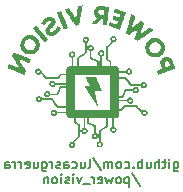
<source format=gbr>
%TF.GenerationSoftware,KiCad,Pcbnew,7.0.10*%
%TF.CreationDate,2024-06-26T03:26:06-03:00*%
%TF.ProjectId,board,626f6172-642e-46b6-9963-61645f706362,1.3*%
%TF.SameCoordinates,Original*%
%TF.FileFunction,Legend,Bot*%
%TF.FilePolarity,Positive*%
%FSLAX46Y46*%
G04 Gerber Fmt 4.6, Leading zero omitted, Abs format (unit mm)*
G04 Created by KiCad (PCBNEW 7.0.10) date 2024-06-26 03:26:06*
%MOMM*%
%LPD*%
G01*
G04 APERTURE LIST*
%ADD10C,0.150000*%
G04 APERTURE END LIST*
D10*
X183354565Y-53818496D02*
X183354565Y-54466115D01*
X183354565Y-54466115D02*
X183392660Y-54542306D01*
X183392660Y-54542306D02*
X183430756Y-54580401D01*
X183430756Y-54580401D02*
X183506946Y-54618496D01*
X183506946Y-54618496D02*
X183621232Y-54618496D01*
X183621232Y-54618496D02*
X183697422Y-54580401D01*
X183354565Y-54313735D02*
X183430756Y-54351830D01*
X183430756Y-54351830D02*
X183583137Y-54351830D01*
X183583137Y-54351830D02*
X183659327Y-54313735D01*
X183659327Y-54313735D02*
X183697422Y-54275639D01*
X183697422Y-54275639D02*
X183735518Y-54199449D01*
X183735518Y-54199449D02*
X183735518Y-53970877D01*
X183735518Y-53970877D02*
X183697422Y-53894687D01*
X183697422Y-53894687D02*
X183659327Y-53856592D01*
X183659327Y-53856592D02*
X183583137Y-53818496D01*
X183583137Y-53818496D02*
X183430756Y-53818496D01*
X183430756Y-53818496D02*
X183354565Y-53856592D01*
X182973612Y-54351830D02*
X182973612Y-53818496D01*
X182973612Y-53551830D02*
X183011708Y-53589925D01*
X183011708Y-53589925D02*
X182973612Y-53628020D01*
X182973612Y-53628020D02*
X182935517Y-53589925D01*
X182935517Y-53589925D02*
X182973612Y-53551830D01*
X182973612Y-53551830D02*
X182973612Y-53628020D01*
X182706946Y-53818496D02*
X182402184Y-53818496D01*
X182592660Y-53551830D02*
X182592660Y-54237544D01*
X182592660Y-54237544D02*
X182554565Y-54313735D01*
X182554565Y-54313735D02*
X182478375Y-54351830D01*
X182478375Y-54351830D02*
X182402184Y-54351830D01*
X182135517Y-54351830D02*
X182135517Y-53551830D01*
X181792660Y-54351830D02*
X181792660Y-53932782D01*
X181792660Y-53932782D02*
X181830755Y-53856592D01*
X181830755Y-53856592D02*
X181906946Y-53818496D01*
X181906946Y-53818496D02*
X182021232Y-53818496D01*
X182021232Y-53818496D02*
X182097422Y-53856592D01*
X182097422Y-53856592D02*
X182135517Y-53894687D01*
X181068850Y-53818496D02*
X181068850Y-54351830D01*
X181411707Y-53818496D02*
X181411707Y-54237544D01*
X181411707Y-54237544D02*
X181373612Y-54313735D01*
X181373612Y-54313735D02*
X181297422Y-54351830D01*
X181297422Y-54351830D02*
X181183136Y-54351830D01*
X181183136Y-54351830D02*
X181106945Y-54313735D01*
X181106945Y-54313735D02*
X181068850Y-54275639D01*
X180687897Y-54351830D02*
X180687897Y-53551830D01*
X180687897Y-53856592D02*
X180611707Y-53818496D01*
X180611707Y-53818496D02*
X180459326Y-53818496D01*
X180459326Y-53818496D02*
X180383135Y-53856592D01*
X180383135Y-53856592D02*
X180345040Y-53894687D01*
X180345040Y-53894687D02*
X180306945Y-53970877D01*
X180306945Y-53970877D02*
X180306945Y-54199449D01*
X180306945Y-54199449D02*
X180345040Y-54275639D01*
X180345040Y-54275639D02*
X180383135Y-54313735D01*
X180383135Y-54313735D02*
X180459326Y-54351830D01*
X180459326Y-54351830D02*
X180611707Y-54351830D01*
X180611707Y-54351830D02*
X180687897Y-54313735D01*
X179964087Y-54275639D02*
X179925992Y-54313735D01*
X179925992Y-54313735D02*
X179964087Y-54351830D01*
X179964087Y-54351830D02*
X180002183Y-54313735D01*
X180002183Y-54313735D02*
X179964087Y-54275639D01*
X179964087Y-54275639D02*
X179964087Y-54351830D01*
X179240278Y-54313735D02*
X179316469Y-54351830D01*
X179316469Y-54351830D02*
X179468850Y-54351830D01*
X179468850Y-54351830D02*
X179545040Y-54313735D01*
X179545040Y-54313735D02*
X179583135Y-54275639D01*
X179583135Y-54275639D02*
X179621231Y-54199449D01*
X179621231Y-54199449D02*
X179621231Y-53970877D01*
X179621231Y-53970877D02*
X179583135Y-53894687D01*
X179583135Y-53894687D02*
X179545040Y-53856592D01*
X179545040Y-53856592D02*
X179468850Y-53818496D01*
X179468850Y-53818496D02*
X179316469Y-53818496D01*
X179316469Y-53818496D02*
X179240278Y-53856592D01*
X178783136Y-54351830D02*
X178859326Y-54313735D01*
X178859326Y-54313735D02*
X178897421Y-54275639D01*
X178897421Y-54275639D02*
X178935517Y-54199449D01*
X178935517Y-54199449D02*
X178935517Y-53970877D01*
X178935517Y-53970877D02*
X178897421Y-53894687D01*
X178897421Y-53894687D02*
X178859326Y-53856592D01*
X178859326Y-53856592D02*
X178783136Y-53818496D01*
X178783136Y-53818496D02*
X178668850Y-53818496D01*
X178668850Y-53818496D02*
X178592659Y-53856592D01*
X178592659Y-53856592D02*
X178554564Y-53894687D01*
X178554564Y-53894687D02*
X178516469Y-53970877D01*
X178516469Y-53970877D02*
X178516469Y-54199449D01*
X178516469Y-54199449D02*
X178554564Y-54275639D01*
X178554564Y-54275639D02*
X178592659Y-54313735D01*
X178592659Y-54313735D02*
X178668850Y-54351830D01*
X178668850Y-54351830D02*
X178783136Y-54351830D01*
X178173611Y-54351830D02*
X178173611Y-53818496D01*
X178173611Y-53894687D02*
X178135516Y-53856592D01*
X178135516Y-53856592D02*
X178059326Y-53818496D01*
X178059326Y-53818496D02*
X177945040Y-53818496D01*
X177945040Y-53818496D02*
X177868849Y-53856592D01*
X177868849Y-53856592D02*
X177830754Y-53932782D01*
X177830754Y-53932782D02*
X177830754Y-54351830D01*
X177830754Y-53932782D02*
X177792659Y-53856592D01*
X177792659Y-53856592D02*
X177716468Y-53818496D01*
X177716468Y-53818496D02*
X177602183Y-53818496D01*
X177602183Y-53818496D02*
X177525992Y-53856592D01*
X177525992Y-53856592D02*
X177487897Y-53932782D01*
X177487897Y-53932782D02*
X177487897Y-54351830D01*
X176535516Y-53513735D02*
X177221230Y-54542306D01*
X176154564Y-54351830D02*
X176230754Y-54313735D01*
X176230754Y-54313735D02*
X176268849Y-54237544D01*
X176268849Y-54237544D02*
X176268849Y-53551830D01*
X175506944Y-53818496D02*
X175506944Y-54351830D01*
X175849801Y-53818496D02*
X175849801Y-54237544D01*
X175849801Y-54237544D02*
X175811706Y-54313735D01*
X175811706Y-54313735D02*
X175735516Y-54351830D01*
X175735516Y-54351830D02*
X175621230Y-54351830D01*
X175621230Y-54351830D02*
X175545039Y-54313735D01*
X175545039Y-54313735D02*
X175506944Y-54275639D01*
X174783134Y-54313735D02*
X174859325Y-54351830D01*
X174859325Y-54351830D02*
X175011706Y-54351830D01*
X175011706Y-54351830D02*
X175087896Y-54313735D01*
X175087896Y-54313735D02*
X175125991Y-54275639D01*
X175125991Y-54275639D02*
X175164087Y-54199449D01*
X175164087Y-54199449D02*
X175164087Y-53970877D01*
X175164087Y-53970877D02*
X175125991Y-53894687D01*
X175125991Y-53894687D02*
X175087896Y-53856592D01*
X175087896Y-53856592D02*
X175011706Y-53818496D01*
X175011706Y-53818496D02*
X174859325Y-53818496D01*
X174859325Y-53818496D02*
X174783134Y-53856592D01*
X174097420Y-54351830D02*
X174097420Y-53932782D01*
X174097420Y-53932782D02*
X174135515Y-53856592D01*
X174135515Y-53856592D02*
X174211706Y-53818496D01*
X174211706Y-53818496D02*
X174364087Y-53818496D01*
X174364087Y-53818496D02*
X174440277Y-53856592D01*
X174097420Y-54313735D02*
X174173611Y-54351830D01*
X174173611Y-54351830D02*
X174364087Y-54351830D01*
X174364087Y-54351830D02*
X174440277Y-54313735D01*
X174440277Y-54313735D02*
X174478373Y-54237544D01*
X174478373Y-54237544D02*
X174478373Y-54161354D01*
X174478373Y-54161354D02*
X174440277Y-54085163D01*
X174440277Y-54085163D02*
X174364087Y-54047068D01*
X174364087Y-54047068D02*
X174173611Y-54047068D01*
X174173611Y-54047068D02*
X174097420Y-54008973D01*
X173754563Y-54313735D02*
X173678372Y-54351830D01*
X173678372Y-54351830D02*
X173525991Y-54351830D01*
X173525991Y-54351830D02*
X173449801Y-54313735D01*
X173449801Y-54313735D02*
X173411705Y-54237544D01*
X173411705Y-54237544D02*
X173411705Y-54199449D01*
X173411705Y-54199449D02*
X173449801Y-54123258D01*
X173449801Y-54123258D02*
X173525991Y-54085163D01*
X173525991Y-54085163D02*
X173640277Y-54085163D01*
X173640277Y-54085163D02*
X173716467Y-54047068D01*
X173716467Y-54047068D02*
X173754563Y-53970877D01*
X173754563Y-53970877D02*
X173754563Y-53932782D01*
X173754563Y-53932782D02*
X173716467Y-53856592D01*
X173716467Y-53856592D02*
X173640277Y-53818496D01*
X173640277Y-53818496D02*
X173525991Y-53818496D01*
X173525991Y-53818496D02*
X173449801Y-53856592D01*
X173068848Y-54351830D02*
X173068848Y-53818496D01*
X173068848Y-53970877D02*
X173030753Y-53894687D01*
X173030753Y-53894687D02*
X172992658Y-53856592D01*
X172992658Y-53856592D02*
X172916467Y-53818496D01*
X172916467Y-53818496D02*
X172840277Y-53818496D01*
X172230753Y-53818496D02*
X172230753Y-54466115D01*
X172230753Y-54466115D02*
X172268848Y-54542306D01*
X172268848Y-54542306D02*
X172306944Y-54580401D01*
X172306944Y-54580401D02*
X172383134Y-54618496D01*
X172383134Y-54618496D02*
X172497420Y-54618496D01*
X172497420Y-54618496D02*
X172573610Y-54580401D01*
X172230753Y-54313735D02*
X172306944Y-54351830D01*
X172306944Y-54351830D02*
X172459325Y-54351830D01*
X172459325Y-54351830D02*
X172535515Y-54313735D01*
X172535515Y-54313735D02*
X172573610Y-54275639D01*
X172573610Y-54275639D02*
X172611706Y-54199449D01*
X172611706Y-54199449D02*
X172611706Y-53970877D01*
X172611706Y-53970877D02*
X172573610Y-53894687D01*
X172573610Y-53894687D02*
X172535515Y-53856592D01*
X172535515Y-53856592D02*
X172459325Y-53818496D01*
X172459325Y-53818496D02*
X172306944Y-53818496D01*
X172306944Y-53818496D02*
X172230753Y-53856592D01*
X171506943Y-53818496D02*
X171506943Y-54351830D01*
X171849800Y-53818496D02*
X171849800Y-54237544D01*
X171849800Y-54237544D02*
X171811705Y-54313735D01*
X171811705Y-54313735D02*
X171735515Y-54351830D01*
X171735515Y-54351830D02*
X171621229Y-54351830D01*
X171621229Y-54351830D02*
X171545038Y-54313735D01*
X171545038Y-54313735D02*
X171506943Y-54275639D01*
X170821228Y-54313735D02*
X170897419Y-54351830D01*
X170897419Y-54351830D02*
X171049800Y-54351830D01*
X171049800Y-54351830D02*
X171125990Y-54313735D01*
X171125990Y-54313735D02*
X171164086Y-54237544D01*
X171164086Y-54237544D02*
X171164086Y-53932782D01*
X171164086Y-53932782D02*
X171125990Y-53856592D01*
X171125990Y-53856592D02*
X171049800Y-53818496D01*
X171049800Y-53818496D02*
X170897419Y-53818496D01*
X170897419Y-53818496D02*
X170821228Y-53856592D01*
X170821228Y-53856592D02*
X170783133Y-53932782D01*
X170783133Y-53932782D02*
X170783133Y-54008973D01*
X170783133Y-54008973D02*
X171164086Y-54085163D01*
X170440276Y-54351830D02*
X170440276Y-53818496D01*
X170440276Y-53970877D02*
X170402181Y-53894687D01*
X170402181Y-53894687D02*
X170364086Y-53856592D01*
X170364086Y-53856592D02*
X170287895Y-53818496D01*
X170287895Y-53818496D02*
X170211705Y-53818496D01*
X169945038Y-54351830D02*
X169945038Y-53818496D01*
X169945038Y-53970877D02*
X169906943Y-53894687D01*
X169906943Y-53894687D02*
X169868848Y-53856592D01*
X169868848Y-53856592D02*
X169792657Y-53818496D01*
X169792657Y-53818496D02*
X169716467Y-53818496D01*
X169106943Y-54351830D02*
X169106943Y-53932782D01*
X169106943Y-53932782D02*
X169145038Y-53856592D01*
X169145038Y-53856592D02*
X169221229Y-53818496D01*
X169221229Y-53818496D02*
X169373610Y-53818496D01*
X169373610Y-53818496D02*
X169449800Y-53856592D01*
X169106943Y-54313735D02*
X169183134Y-54351830D01*
X169183134Y-54351830D02*
X169373610Y-54351830D01*
X169373610Y-54351830D02*
X169449800Y-54313735D01*
X169449800Y-54313735D02*
X169487896Y-54237544D01*
X169487896Y-54237544D02*
X169487896Y-54161354D01*
X169487896Y-54161354D02*
X169449800Y-54085163D01*
X169449800Y-54085163D02*
X169373610Y-54047068D01*
X169373610Y-54047068D02*
X169183134Y-54047068D01*
X169183134Y-54047068D02*
X169106943Y-54008973D01*
X179830754Y-54801735D02*
X180516468Y-55830306D01*
X179564087Y-55106496D02*
X179564087Y-55906496D01*
X179564087Y-55144592D02*
X179487897Y-55106496D01*
X179487897Y-55106496D02*
X179335516Y-55106496D01*
X179335516Y-55106496D02*
X179259325Y-55144592D01*
X179259325Y-55144592D02*
X179221230Y-55182687D01*
X179221230Y-55182687D02*
X179183135Y-55258877D01*
X179183135Y-55258877D02*
X179183135Y-55487449D01*
X179183135Y-55487449D02*
X179221230Y-55563639D01*
X179221230Y-55563639D02*
X179259325Y-55601735D01*
X179259325Y-55601735D02*
X179335516Y-55639830D01*
X179335516Y-55639830D02*
X179487897Y-55639830D01*
X179487897Y-55639830D02*
X179564087Y-55601735D01*
X178725992Y-55639830D02*
X178802182Y-55601735D01*
X178802182Y-55601735D02*
X178840277Y-55563639D01*
X178840277Y-55563639D02*
X178878373Y-55487449D01*
X178878373Y-55487449D02*
X178878373Y-55258877D01*
X178878373Y-55258877D02*
X178840277Y-55182687D01*
X178840277Y-55182687D02*
X178802182Y-55144592D01*
X178802182Y-55144592D02*
X178725992Y-55106496D01*
X178725992Y-55106496D02*
X178611706Y-55106496D01*
X178611706Y-55106496D02*
X178535515Y-55144592D01*
X178535515Y-55144592D02*
X178497420Y-55182687D01*
X178497420Y-55182687D02*
X178459325Y-55258877D01*
X178459325Y-55258877D02*
X178459325Y-55487449D01*
X178459325Y-55487449D02*
X178497420Y-55563639D01*
X178497420Y-55563639D02*
X178535515Y-55601735D01*
X178535515Y-55601735D02*
X178611706Y-55639830D01*
X178611706Y-55639830D02*
X178725992Y-55639830D01*
X178192658Y-55106496D02*
X178040277Y-55639830D01*
X178040277Y-55639830D02*
X177887896Y-55258877D01*
X177887896Y-55258877D02*
X177735515Y-55639830D01*
X177735515Y-55639830D02*
X177583134Y-55106496D01*
X176973610Y-55601735D02*
X177049801Y-55639830D01*
X177049801Y-55639830D02*
X177202182Y-55639830D01*
X177202182Y-55639830D02*
X177278372Y-55601735D01*
X177278372Y-55601735D02*
X177316468Y-55525544D01*
X177316468Y-55525544D02*
X177316468Y-55220782D01*
X177316468Y-55220782D02*
X177278372Y-55144592D01*
X177278372Y-55144592D02*
X177202182Y-55106496D01*
X177202182Y-55106496D02*
X177049801Y-55106496D01*
X177049801Y-55106496D02*
X176973610Y-55144592D01*
X176973610Y-55144592D02*
X176935515Y-55220782D01*
X176935515Y-55220782D02*
X176935515Y-55296973D01*
X176935515Y-55296973D02*
X177316468Y-55373163D01*
X176592658Y-55639830D02*
X176592658Y-55106496D01*
X176592658Y-55258877D02*
X176554563Y-55182687D01*
X176554563Y-55182687D02*
X176516468Y-55144592D01*
X176516468Y-55144592D02*
X176440277Y-55106496D01*
X176440277Y-55106496D02*
X176364087Y-55106496D01*
X176287897Y-55716020D02*
X175678373Y-55716020D01*
X175564087Y-55106496D02*
X175373611Y-55639830D01*
X175373611Y-55639830D02*
X175183134Y-55106496D01*
X174878372Y-55639830D02*
X174878372Y-55106496D01*
X174878372Y-54839830D02*
X174916468Y-54877925D01*
X174916468Y-54877925D02*
X174878372Y-54916020D01*
X174878372Y-54916020D02*
X174840277Y-54877925D01*
X174840277Y-54877925D02*
X174878372Y-54839830D01*
X174878372Y-54839830D02*
X174878372Y-54916020D01*
X174535516Y-55601735D02*
X174459325Y-55639830D01*
X174459325Y-55639830D02*
X174306944Y-55639830D01*
X174306944Y-55639830D02*
X174230754Y-55601735D01*
X174230754Y-55601735D02*
X174192658Y-55525544D01*
X174192658Y-55525544D02*
X174192658Y-55487449D01*
X174192658Y-55487449D02*
X174230754Y-55411258D01*
X174230754Y-55411258D02*
X174306944Y-55373163D01*
X174306944Y-55373163D02*
X174421230Y-55373163D01*
X174421230Y-55373163D02*
X174497420Y-55335068D01*
X174497420Y-55335068D02*
X174535516Y-55258877D01*
X174535516Y-55258877D02*
X174535516Y-55220782D01*
X174535516Y-55220782D02*
X174497420Y-55144592D01*
X174497420Y-55144592D02*
X174421230Y-55106496D01*
X174421230Y-55106496D02*
X174306944Y-55106496D01*
X174306944Y-55106496D02*
X174230754Y-55144592D01*
X173849801Y-55639830D02*
X173849801Y-55106496D01*
X173849801Y-54839830D02*
X173887897Y-54877925D01*
X173887897Y-54877925D02*
X173849801Y-54916020D01*
X173849801Y-54916020D02*
X173811706Y-54877925D01*
X173811706Y-54877925D02*
X173849801Y-54839830D01*
X173849801Y-54839830D02*
X173849801Y-54916020D01*
X173354564Y-55639830D02*
X173430754Y-55601735D01*
X173430754Y-55601735D02*
X173468849Y-55563639D01*
X173468849Y-55563639D02*
X173506945Y-55487449D01*
X173506945Y-55487449D02*
X173506945Y-55258877D01*
X173506945Y-55258877D02*
X173468849Y-55182687D01*
X173468849Y-55182687D02*
X173430754Y-55144592D01*
X173430754Y-55144592D02*
X173354564Y-55106496D01*
X173354564Y-55106496D02*
X173240278Y-55106496D01*
X173240278Y-55106496D02*
X173164087Y-55144592D01*
X173164087Y-55144592D02*
X173125992Y-55182687D01*
X173125992Y-55182687D02*
X173087897Y-55258877D01*
X173087897Y-55258877D02*
X173087897Y-55487449D01*
X173087897Y-55487449D02*
X173125992Y-55563639D01*
X173125992Y-55563639D02*
X173164087Y-55601735D01*
X173164087Y-55601735D02*
X173240278Y-55639830D01*
X173240278Y-55639830D02*
X173354564Y-55639830D01*
X172745039Y-55106496D02*
X172745039Y-55639830D01*
X172745039Y-55182687D02*
X172706944Y-55144592D01*
X172706944Y-55144592D02*
X172630754Y-55106496D01*
X172630754Y-55106496D02*
X172516468Y-55106496D01*
X172516468Y-55106496D02*
X172440277Y-55144592D01*
X172440277Y-55144592D02*
X172402182Y-55220782D01*
X172402182Y-55220782D02*
X172402182Y-55639830D01*
%TO.C,G\u002A\u002A\u002A*%
G36*
X176978228Y-49150266D02*
G01*
X176973728Y-49154766D01*
X176969227Y-49150266D01*
X176973728Y-49145766D01*
X176978228Y-49150266D01*
G37*
G36*
X173835329Y-41043297D02*
G01*
X173844068Y-41064053D01*
X173858615Y-41099387D01*
X173878477Y-41148079D01*
X173903162Y-41208910D01*
X173932177Y-41280660D01*
X173965028Y-41362111D01*
X174001224Y-41452044D01*
X174040270Y-41549239D01*
X174081675Y-41652477D01*
X174124945Y-41760539D01*
X174412037Y-42478077D01*
X174378779Y-42491221D01*
X174372634Y-42493680D01*
X174347062Y-42504118D01*
X174310387Y-42519250D01*
X174266554Y-42537446D01*
X174219511Y-42557073D01*
X174197613Y-42566156D01*
X174154723Y-42583485D01*
X174118561Y-42597488D01*
X174092400Y-42606915D01*
X174079516Y-42610516D01*
X174079502Y-42610517D01*
X174074933Y-42605851D01*
X174066693Y-42591200D01*
X174054496Y-42565884D01*
X174038057Y-42529224D01*
X174017090Y-42480541D01*
X173991311Y-42419156D01*
X173960434Y-42344389D01*
X173924174Y-42255561D01*
X173882245Y-42151993D01*
X173834363Y-42033006D01*
X173780242Y-41897920D01*
X173749018Y-41819791D01*
X173707310Y-41715240D01*
X173667928Y-41616307D01*
X173631358Y-41524222D01*
X173598087Y-41440219D01*
X173568600Y-41365530D01*
X173543384Y-41301387D01*
X173522925Y-41249022D01*
X173507710Y-41209667D01*
X173498224Y-41184556D01*
X173494954Y-41174919D01*
X173500551Y-41170325D01*
X173520218Y-41160086D01*
X173551106Y-41145858D01*
X173590137Y-41128888D01*
X173634234Y-41110422D01*
X173680320Y-41091707D01*
X173725318Y-41073989D01*
X173766150Y-41058515D01*
X173799739Y-41046532D01*
X173823007Y-41039286D01*
X173832877Y-41038024D01*
X173835329Y-41043297D01*
G37*
G36*
X171714631Y-42255677D02*
G01*
X171728096Y-42269632D01*
X171751578Y-42295339D01*
X171784039Y-42331596D01*
X171824439Y-42377202D01*
X171871741Y-42430955D01*
X171924905Y-42491653D01*
X171982893Y-42558093D01*
X172044667Y-42629074D01*
X172109188Y-42703394D01*
X172175417Y-42779851D01*
X172242316Y-42857244D01*
X172308847Y-42934369D01*
X172373970Y-43010025D01*
X172436648Y-43083011D01*
X172495841Y-43152124D01*
X172550511Y-43216163D01*
X172599620Y-43273924D01*
X172642129Y-43324208D01*
X172676999Y-43365811D01*
X172703192Y-43397532D01*
X172719670Y-43418168D01*
X172725393Y-43426518D01*
X172725368Y-43426775D01*
X172718079Y-43436784D01*
X172699270Y-43456256D01*
X172671058Y-43483168D01*
X172635557Y-43515500D01*
X172594883Y-43551229D01*
X172591935Y-43553774D01*
X172551260Y-43588603D01*
X172515321Y-43618875D01*
X172486323Y-43642768D01*
X172466475Y-43658464D01*
X172457982Y-43664142D01*
X172456982Y-43663425D01*
X172446482Y-43652617D01*
X172425539Y-43629700D01*
X172395153Y-43595809D01*
X172356327Y-43552079D01*
X172310063Y-43499644D01*
X172257363Y-43439639D01*
X172199228Y-43373198D01*
X172136661Y-43301457D01*
X172070664Y-43225549D01*
X172037012Y-43186786D01*
X171940602Y-43075715D01*
X171855137Y-42977223D01*
X171779966Y-42890550D01*
X171714437Y-42814937D01*
X171657898Y-42749621D01*
X171609697Y-42693844D01*
X171569182Y-42646844D01*
X171535700Y-42607861D01*
X171508599Y-42576135D01*
X171487227Y-42550904D01*
X171470933Y-42531409D01*
X171459063Y-42516889D01*
X171450966Y-42506583D01*
X171445990Y-42499732D01*
X171443483Y-42495574D01*
X171442792Y-42493349D01*
X171445185Y-42490118D01*
X171458589Y-42476640D01*
X171481600Y-42454956D01*
X171511720Y-42427296D01*
X171546450Y-42395886D01*
X171583293Y-42362955D01*
X171619751Y-42330731D01*
X171653327Y-42301440D01*
X171681522Y-42277311D01*
X171701838Y-42260572D01*
X171711778Y-42253450D01*
X171714631Y-42255677D01*
G37*
G36*
X177047838Y-47239865D02*
G01*
X177264003Y-47845163D01*
X176965134Y-47849663D01*
X176666265Y-47854164D01*
X176817526Y-48488714D01*
X176839303Y-48580148D01*
X176862971Y-48679712D01*
X176885095Y-48772979D01*
X176905345Y-48858547D01*
X176923391Y-48935016D01*
X176938903Y-49000983D01*
X176951551Y-49055049D01*
X176961004Y-49095810D01*
X176966933Y-49121866D01*
X176969007Y-49131814D01*
X176968315Y-49135243D01*
X176961141Y-49131814D01*
X176958449Y-49128095D01*
X176946538Y-49110620D01*
X176925917Y-49079938D01*
X176897330Y-49037168D01*
X176861520Y-48983427D01*
X176819231Y-48919834D01*
X176771205Y-48847506D01*
X176718187Y-48767563D01*
X176660918Y-48681121D01*
X176600143Y-48589298D01*
X176536605Y-48493214D01*
X176523724Y-48473726D01*
X176455473Y-48370470D01*
X176386925Y-48266765D01*
X176319216Y-48164330D01*
X176253481Y-48064882D01*
X176190856Y-47970141D01*
X176132478Y-47881824D01*
X176079481Y-47801651D01*
X176033003Y-47731340D01*
X175994179Y-47672609D01*
X175964146Y-47627177D01*
X175944516Y-47597446D01*
X175907806Y-47541631D01*
X175875101Y-47491622D01*
X175847590Y-47449258D01*
X175826465Y-47416375D01*
X175812917Y-47394813D01*
X175808136Y-47386408D01*
X175816434Y-47385160D01*
X175840432Y-47384013D01*
X175877795Y-47383039D01*
X175926180Y-47382286D01*
X175983247Y-47381799D01*
X176046655Y-47381627D01*
X176108925Y-47381460D01*
X176166132Y-47380977D01*
X176214702Y-47380225D01*
X176252292Y-47379251D01*
X176276563Y-47378103D01*
X176285174Y-47376827D01*
X176284766Y-47374728D01*
X176281469Y-47366313D01*
X176274365Y-47351176D01*
X176262859Y-47328180D01*
X176246356Y-47296184D01*
X176224259Y-47254052D01*
X176195975Y-47200642D01*
X176160908Y-47134818D01*
X176118463Y-47055440D01*
X176068045Y-46961369D01*
X176055447Y-46937868D01*
X176019144Y-46869988D01*
X175985942Y-46807674D01*
X175956748Y-46752641D01*
X175932466Y-46706602D01*
X175914001Y-46671272D01*
X175902258Y-46648364D01*
X175898143Y-46639594D01*
X175899343Y-46639233D01*
X175914254Y-46638287D01*
X175944879Y-46637408D01*
X175989544Y-46636615D01*
X176046577Y-46635926D01*
X176114302Y-46635359D01*
X176191049Y-46634931D01*
X176275142Y-46634662D01*
X176364909Y-46634568D01*
X176831674Y-46634568D01*
X177047838Y-47239865D01*
G37*
G36*
X182608510Y-44208877D02*
G01*
X182591393Y-44326200D01*
X182558395Y-44441793D01*
X182510895Y-44548891D01*
X182449826Y-44646401D01*
X182376122Y-44733233D01*
X182290716Y-44808292D01*
X182194541Y-44870486D01*
X182088532Y-44918724D01*
X181973621Y-44951912D01*
X181914671Y-44962076D01*
X181797631Y-44968989D01*
X181680700Y-44959150D01*
X181566188Y-44933168D01*
X181456404Y-44891647D01*
X181353659Y-44835197D01*
X181260263Y-44764423D01*
X181199313Y-44705201D01*
X181123332Y-44611969D01*
X181062149Y-44511430D01*
X181015953Y-44405197D01*
X180984934Y-44294880D01*
X180969280Y-44182092D01*
X180969231Y-44126247D01*
X181315117Y-44126247D01*
X181316350Y-44211119D01*
X181334243Y-44296545D01*
X181356727Y-44352740D01*
X181400072Y-44424043D01*
X181455704Y-44487389D01*
X181520642Y-44539536D01*
X181591912Y-44577239D01*
X181664267Y-44598861D01*
X181747650Y-44609734D01*
X181831229Y-44607425D01*
X181881011Y-44598947D01*
X181965351Y-44571097D01*
X182043306Y-44528360D01*
X182112782Y-44472553D01*
X182171683Y-44405493D01*
X182217914Y-44328996D01*
X182249379Y-44244880D01*
X182250415Y-44240812D01*
X182257362Y-44198167D01*
X182260686Y-44146812D01*
X182260397Y-44093333D01*
X182256506Y-44044320D01*
X182249023Y-44006361D01*
X182225789Y-43944481D01*
X182181113Y-43865457D01*
X182124199Y-43798703D01*
X182056334Y-43745173D01*
X181978807Y-43705820D01*
X181892904Y-43681600D01*
X181799915Y-43673468D01*
X181748609Y-43676392D01*
X181663480Y-43694075D01*
X181584585Y-43726259D01*
X181513228Y-43771201D01*
X181450712Y-43827156D01*
X181398340Y-43892382D01*
X181357415Y-43965135D01*
X181329239Y-44043671D01*
X181315117Y-44126247D01*
X180969231Y-44126247D01*
X180969180Y-44068444D01*
X180984823Y-43955549D01*
X181016399Y-43845016D01*
X181064096Y-43738460D01*
X181128103Y-43637490D01*
X181182723Y-43571484D01*
X181268776Y-43491423D01*
X181366324Y-43424782D01*
X181474473Y-43372147D01*
X181592326Y-43334103D01*
X181635307Y-43326053D01*
X181700418Y-43319952D01*
X181772239Y-43318271D01*
X181844803Y-43320933D01*
X181912144Y-43327862D01*
X181968297Y-43338979D01*
X181990999Y-43345371D01*
X182096133Y-43382267D01*
X182189507Y-43428872D01*
X182275162Y-43487486D01*
X182357139Y-43560410D01*
X182373613Y-43577216D01*
X182449278Y-43668390D01*
X182511501Y-43768209D01*
X182559410Y-43874421D01*
X182592130Y-43984773D01*
X182608788Y-44097009D01*
X182608664Y-44146812D01*
X182608510Y-44208877D01*
G37*
G36*
X172019726Y-43875851D02*
G01*
X172018701Y-43938539D01*
X172014718Y-43994881D01*
X172006741Y-44045749D01*
X171993736Y-44097587D01*
X171974669Y-44156840D01*
X171930172Y-44261374D01*
X171869021Y-44362337D01*
X171794473Y-44453349D01*
X171708019Y-44533220D01*
X171611147Y-44600761D01*
X171505346Y-44654782D01*
X171392106Y-44694093D01*
X171272915Y-44717504D01*
X171167902Y-44722546D01*
X171056059Y-44711977D01*
X170945416Y-44686101D01*
X170839614Y-44645779D01*
X170742294Y-44591874D01*
X170656290Y-44526780D01*
X170575459Y-44445735D01*
X170508376Y-44355806D01*
X170455185Y-44258589D01*
X170416034Y-44155684D01*
X170391068Y-44048686D01*
X170380433Y-43939194D01*
X170382310Y-43885299D01*
X170725889Y-43885299D01*
X170735086Y-43968484D01*
X170758688Y-44048780D01*
X170795937Y-44124278D01*
X170846073Y-44193063D01*
X170908337Y-44253224D01*
X170981971Y-44302849D01*
X171066215Y-44340025D01*
X171092475Y-44347522D01*
X171145945Y-44357311D01*
X171203601Y-44362633D01*
X171258395Y-44362961D01*
X171303281Y-44357766D01*
X171350461Y-44345501D01*
X171435775Y-44310749D01*
X171509459Y-44262391D01*
X171571247Y-44200623D01*
X171620871Y-44125639D01*
X171622566Y-44122430D01*
X171656312Y-44039620D01*
X171673156Y-43954433D01*
X171673633Y-43868808D01*
X171658276Y-43784685D01*
X171627620Y-43704004D01*
X171582199Y-43628706D01*
X171522547Y-43560731D01*
X171449198Y-43502018D01*
X171440845Y-43496589D01*
X171364523Y-43458486D01*
X171281186Y-43434976D01*
X171194110Y-43426145D01*
X171106568Y-43432079D01*
X171021838Y-43452867D01*
X170943192Y-43488593D01*
X170924578Y-43500866D01*
X170887137Y-43531492D01*
X170848529Y-43568900D01*
X170814147Y-43607697D01*
X170789379Y-43642491D01*
X170753747Y-43717916D01*
X170731857Y-43801139D01*
X170725889Y-43885299D01*
X170382310Y-43885299D01*
X170384277Y-43828805D01*
X170402746Y-43719117D01*
X170435984Y-43611728D01*
X170484140Y-43508234D01*
X170547359Y-43410234D01*
X170625787Y-43319325D01*
X170634309Y-43310819D01*
X170709987Y-43243538D01*
X170789352Y-43188678D01*
X170877027Y-43143422D01*
X170977637Y-43104952D01*
X171008543Y-43095197D01*
X171044715Y-43085872D01*
X171081282Y-43079635D01*
X171124112Y-43075545D01*
X171179073Y-43072661D01*
X171220189Y-43071619D01*
X171323499Y-43076045D01*
X171417523Y-43091780D01*
X171506355Y-43119689D01*
X171594091Y-43160643D01*
X171634063Y-43183573D01*
X171732384Y-43253533D01*
X171817419Y-43335024D01*
X171888494Y-43426916D01*
X171944935Y-43528076D01*
X171986071Y-43637374D01*
X172011225Y-43753676D01*
X172019236Y-43868808D01*
X172019726Y-43875851D01*
G37*
G36*
X175652946Y-40574727D02*
G01*
X175650352Y-40592548D01*
X175644922Y-40625786D01*
X175636928Y-40672935D01*
X175626640Y-40732490D01*
X175614331Y-40802948D01*
X175600270Y-40882803D01*
X175584730Y-40970551D01*
X175567981Y-41064688D01*
X175550295Y-41163709D01*
X175531942Y-41266108D01*
X175513193Y-41370383D01*
X175494321Y-41475028D01*
X175475596Y-41578538D01*
X175457288Y-41679410D01*
X175439670Y-41776138D01*
X175423012Y-41867218D01*
X175407585Y-41951146D01*
X175393662Y-42026416D01*
X175381511Y-42091524D01*
X175371406Y-42144967D01*
X175363617Y-42185238D01*
X175358415Y-42210834D01*
X175356071Y-42220250D01*
X175352146Y-42221835D01*
X175333282Y-42227031D01*
X175301739Y-42234736D01*
X175260624Y-42244203D01*
X175213043Y-42254685D01*
X175184288Y-42260738D01*
X175139928Y-42269437D01*
X175103690Y-42275735D01*
X175078719Y-42279106D01*
X175068158Y-42279020D01*
X175065920Y-42276389D01*
X175054408Y-42260529D01*
X175034393Y-42231742D01*
X175006717Y-42191295D01*
X174972222Y-42140454D01*
X174931752Y-42080488D01*
X174886147Y-42012662D01*
X174836251Y-41938245D01*
X174782906Y-41858503D01*
X174726954Y-41774704D01*
X174669237Y-41688114D01*
X174610598Y-41600002D01*
X174551879Y-41511633D01*
X174493922Y-41424276D01*
X174437569Y-41339196D01*
X174383664Y-41257663D01*
X174333048Y-41180942D01*
X174286563Y-41110300D01*
X174245051Y-41047006D01*
X174209356Y-40992326D01*
X174180320Y-40947527D01*
X174158784Y-40913876D01*
X174145591Y-40892641D01*
X174141583Y-40885089D01*
X174143440Y-40884594D01*
X174159688Y-40880887D01*
X174189931Y-40874271D01*
X174231468Y-40865329D01*
X174281596Y-40854643D01*
X174337612Y-40842797D01*
X174393847Y-40831144D01*
X174446682Y-40820822D01*
X174485440Y-40814209D01*
X174511990Y-40811035D01*
X174528198Y-40811025D01*
X174535932Y-40813909D01*
X174538235Y-40816955D01*
X174549582Y-40833622D01*
X174569225Y-40863286D01*
X174596233Y-40904516D01*
X174629679Y-40955884D01*
X174668631Y-41015960D01*
X174712160Y-41083315D01*
X174759337Y-41156519D01*
X174809232Y-41234143D01*
X174867194Y-41324380D01*
X174918915Y-41404747D01*
X174962343Y-41471991D01*
X174998188Y-41527161D01*
X175027160Y-41571306D01*
X175049966Y-41605474D01*
X175067318Y-41630714D01*
X175079924Y-41648076D01*
X175088494Y-41658608D01*
X175093737Y-41663359D01*
X175096362Y-41663377D01*
X175097080Y-41659712D01*
X175097172Y-41658554D01*
X175099260Y-41643588D01*
X175103859Y-41613486D01*
X175110653Y-41570182D01*
X175119328Y-41515614D01*
X175129567Y-41451717D01*
X175141055Y-41380426D01*
X175153475Y-41303678D01*
X175166511Y-41223408D01*
X175179849Y-41141553D01*
X175193172Y-41060049D01*
X175206164Y-40980830D01*
X175218510Y-40905834D01*
X175229893Y-40836995D01*
X175239999Y-40776250D01*
X175248510Y-40725535D01*
X175255112Y-40686786D01*
X175259488Y-40661938D01*
X175261323Y-40652928D01*
X175263094Y-40652168D01*
X175278578Y-40648067D01*
X175307307Y-40641420D01*
X175346197Y-40632863D01*
X175392164Y-40623033D01*
X175442126Y-40612566D01*
X175492998Y-40602100D01*
X175541696Y-40592270D01*
X175585137Y-40583714D01*
X175620238Y-40577067D01*
X175643915Y-40572967D01*
X175653083Y-40572050D01*
X175652946Y-40574727D01*
G37*
G36*
X173014610Y-41525830D02*
G01*
X173097908Y-41553587D01*
X173175250Y-41598221D01*
X173246736Y-41659744D01*
X173264096Y-41678177D01*
X173318971Y-41750121D01*
X173356069Y-41824767D01*
X173375368Y-41901984D01*
X173376846Y-41981636D01*
X173360482Y-42063591D01*
X173326254Y-42147715D01*
X173315973Y-42167241D01*
X173291629Y-42208123D01*
X173262513Y-42249753D01*
X173226832Y-42294305D01*
X173182789Y-42343953D01*
X173128590Y-42400873D01*
X173062437Y-42467240D01*
X173009932Y-42519611D01*
X172968105Y-42562954D01*
X172936952Y-42597922D01*
X172915171Y-42626444D01*
X172901465Y-42650449D01*
X172894533Y-42671867D01*
X172893076Y-42692627D01*
X172895794Y-42714658D01*
X172896258Y-42716869D01*
X172909604Y-42745363D01*
X172933175Y-42772328D01*
X172961468Y-42792651D01*
X172988977Y-42801220D01*
X173048927Y-42797547D01*
X173123029Y-42777676D01*
X173197315Y-42741755D01*
X173270015Y-42690671D01*
X173339361Y-42625314D01*
X173384560Y-42573235D01*
X173427434Y-42512543D01*
X173461348Y-42447909D01*
X173490211Y-42372793D01*
X173518269Y-42289003D01*
X173657374Y-42365097D01*
X173695891Y-42386319D01*
X173737366Y-42409544D01*
X173771240Y-42428932D01*
X173794770Y-42442907D01*
X173805209Y-42449895D01*
X173808150Y-42457001D01*
X173806069Y-42479518D01*
X173796164Y-42512882D01*
X173779699Y-42554427D01*
X173757939Y-42601488D01*
X173732145Y-42651400D01*
X173703582Y-42701498D01*
X173673514Y-42749116D01*
X173643204Y-42791589D01*
X173591681Y-42851808D01*
X173510484Y-42927975D01*
X173419247Y-42996079D01*
X173321598Y-43053778D01*
X173221166Y-43098727D01*
X173121578Y-43128583D01*
X173100245Y-43132597D01*
X173043038Y-43138935D01*
X172981001Y-43141046D01*
X172921549Y-43138822D01*
X172872098Y-43132159D01*
X172808030Y-43112797D01*
X172732511Y-43074105D01*
X172664407Y-43021119D01*
X172606076Y-42955745D01*
X172559875Y-42879886D01*
X172534156Y-42820440D01*
X172515609Y-42754079D01*
X172510552Y-42690702D01*
X172518319Y-42626239D01*
X172519569Y-42620412D01*
X172532123Y-42572250D01*
X172548786Y-42526609D01*
X172570927Y-42481461D01*
X172599917Y-42434779D01*
X172637128Y-42384535D01*
X172683931Y-42328700D01*
X172741695Y-42265249D01*
X172811793Y-42192152D01*
X172837311Y-42165819D01*
X172878607Y-42122369D01*
X172915139Y-42082902D01*
X172944924Y-42049612D01*
X172965976Y-42024691D01*
X172976311Y-42010334D01*
X172982061Y-41997354D01*
X172989690Y-41957586D01*
X172984351Y-41919152D01*
X172967227Y-41886720D01*
X172939499Y-41864959D01*
X172924625Y-41859908D01*
X172884310Y-41855619D01*
X172837010Y-41859867D01*
X172788593Y-41872364D01*
X172750876Y-41888944D01*
X172699871Y-41918431D01*
X172647209Y-41955001D01*
X172598183Y-41994932D01*
X172558083Y-42034502D01*
X172548486Y-42045995D01*
X172525479Y-42077626D01*
X172501505Y-42114936D01*
X172478861Y-42153867D01*
X172459842Y-42190363D01*
X172446747Y-42220364D01*
X172441871Y-42239814D01*
X172439286Y-42247422D01*
X172425382Y-42249010D01*
X172418188Y-42246453D01*
X172395439Y-42235619D01*
X172363875Y-42218649D01*
X172326565Y-42197406D01*
X172286575Y-42173748D01*
X172246976Y-42149537D01*
X172210835Y-42126633D01*
X172181221Y-42106897D01*
X172161203Y-42092189D01*
X172153848Y-42084370D01*
X172155670Y-42074160D01*
X172162506Y-42050735D01*
X172172677Y-42021559D01*
X172179202Y-42005311D01*
X172216175Y-41935681D01*
X172267043Y-41864460D01*
X172329043Y-41794311D01*
X172399413Y-41727897D01*
X172475391Y-41667880D01*
X172554214Y-41616924D01*
X172633120Y-41577692D01*
X172728004Y-41543681D01*
X172829757Y-41520890D01*
X172925260Y-41514935D01*
X173014610Y-41525830D01*
G37*
G36*
X183439746Y-45711283D02*
G01*
X183460539Y-45767587D01*
X183478177Y-45816020D01*
X183491818Y-45854354D01*
X183500621Y-45880364D01*
X183503742Y-45891822D01*
X183502943Y-45894004D01*
X183499896Y-45896851D01*
X183493687Y-45900684D01*
X183483403Y-45905858D01*
X183468129Y-45912727D01*
X183446953Y-45921644D01*
X183418960Y-45932964D01*
X183383238Y-45947039D01*
X183338873Y-45964224D01*
X183284951Y-45984873D01*
X183220558Y-46009339D01*
X183144782Y-46037977D01*
X183056708Y-46071140D01*
X182955423Y-46109181D01*
X182840014Y-46152456D01*
X182709567Y-46201317D01*
X182563168Y-46256119D01*
X182474739Y-46289189D01*
X182389026Y-46321196D01*
X182309814Y-46350726D01*
X182238581Y-46377231D01*
X182176807Y-46400161D01*
X182125972Y-46418968D01*
X182087555Y-46433102D01*
X182063034Y-46442014D01*
X182053890Y-46445156D01*
X182053003Y-46444121D01*
X182046789Y-46430960D01*
X182035991Y-46405114D01*
X182021795Y-46369679D01*
X182005387Y-46327754D01*
X181987954Y-46282437D01*
X181970680Y-46236827D01*
X181954752Y-46194021D01*
X181941356Y-46157119D01*
X181931678Y-46129218D01*
X181926904Y-46113417D01*
X181929902Y-46108635D01*
X181945144Y-46099071D01*
X181973983Y-46085247D01*
X182017281Y-46066783D01*
X182075902Y-46043298D01*
X182150707Y-46014409D01*
X182151460Y-46014122D01*
X182211534Y-45991094D01*
X182265973Y-45970000D01*
X182312535Y-45951724D01*
X182348980Y-45937155D01*
X182373068Y-45927178D01*
X182382558Y-45922680D01*
X182382762Y-45922021D01*
X182380151Y-45909360D01*
X182372093Y-45883035D01*
X182359466Y-45845657D01*
X182343144Y-45799836D01*
X182324002Y-45748180D01*
X182298544Y-45679297D01*
X182273183Y-45605609D01*
X182254650Y-45543457D01*
X182242485Y-45490196D01*
X182238324Y-45458932D01*
X182594470Y-45458932D01*
X182596710Y-45494664D01*
X182605713Y-45537362D01*
X182621763Y-45590139D01*
X182645145Y-45656113D01*
X182656596Y-45686924D01*
X182672897Y-45729896D01*
X182686581Y-45764902D01*
X182696474Y-45788957D01*
X182701399Y-45799075D01*
X182708574Y-45798320D01*
X182730006Y-45792376D01*
X182762577Y-45782014D01*
X182803228Y-45768329D01*
X182848896Y-45752419D01*
X182896521Y-45735380D01*
X182943043Y-45718311D01*
X182985400Y-45702308D01*
X183020533Y-45688467D01*
X183045379Y-45677886D01*
X183056879Y-45671663D01*
X183057223Y-45667336D01*
X183053178Y-45648707D01*
X183044378Y-45618730D01*
X183032003Y-45580769D01*
X183017232Y-45538189D01*
X183001246Y-45494357D01*
X182985224Y-45452638D01*
X182970346Y-45416397D01*
X182957792Y-45389000D01*
X182949714Y-45374885D01*
X182923772Y-45340645D01*
X182892747Y-45309536D01*
X182862888Y-45288194D01*
X182833656Y-45278279D01*
X182788197Y-45275281D01*
X182739167Y-45282777D01*
X182692456Y-45300347D01*
X182689095Y-45302095D01*
X182658878Y-45320733D01*
X182638034Y-45342290D01*
X182619422Y-45373966D01*
X182609145Y-45395900D01*
X182598710Y-45427048D01*
X182594470Y-45458932D01*
X182238324Y-45458932D01*
X182236228Y-45443180D01*
X182235418Y-45399765D01*
X182239596Y-45357306D01*
X182248301Y-45313158D01*
X182255711Y-45285326D01*
X182290455Y-45198918D01*
X182340264Y-45120741D01*
X182403860Y-45052018D01*
X182479963Y-44993975D01*
X182567294Y-44947834D01*
X182664574Y-44914819D01*
X182720264Y-44903576D01*
X182811966Y-44898495D01*
X182899786Y-44910457D01*
X182982707Y-44938948D01*
X183059716Y-44983456D01*
X183129796Y-45043469D01*
X183191932Y-45118473D01*
X183245110Y-45207955D01*
X183249579Y-45217697D01*
X183260874Y-45244652D01*
X183276591Y-45283774D01*
X183295891Y-45332837D01*
X183317930Y-45389614D01*
X183341866Y-45451879D01*
X183366858Y-45517404D01*
X183392063Y-45583965D01*
X183416640Y-45649333D01*
X183423355Y-45667336D01*
X183439746Y-45711283D01*
G37*
G36*
X169831339Y-44532053D02*
G01*
X169850570Y-44539390D01*
X169883992Y-44552452D01*
X169930135Y-44570651D01*
X169987532Y-44593398D01*
X170054713Y-44620103D01*
X170130210Y-44650179D01*
X170212554Y-44683036D01*
X170300275Y-44718086D01*
X170391907Y-44754740D01*
X170485978Y-44792408D01*
X170581022Y-44830503D01*
X170675568Y-44868435D01*
X170768149Y-44905616D01*
X170857295Y-44941457D01*
X170941537Y-44975368D01*
X171019408Y-45006763D01*
X171089438Y-45035050D01*
X171150158Y-45059642D01*
X171200100Y-45079950D01*
X171237794Y-45095386D01*
X171261773Y-45105359D01*
X171270566Y-45109283D01*
X171269510Y-45116631D01*
X171262623Y-45137898D01*
X171250863Y-45169937D01*
X171235488Y-45209682D01*
X171217755Y-45254071D01*
X171198923Y-45300039D01*
X171180247Y-45344521D01*
X171162987Y-45384452D01*
X171148398Y-45416770D01*
X171137739Y-45438409D01*
X171132268Y-45446305D01*
X171130404Y-45445828D01*
X171114613Y-45440200D01*
X171084308Y-45428729D01*
X171041080Y-45412037D01*
X170986518Y-45390746D01*
X170922212Y-45365477D01*
X170849753Y-45336853D01*
X170770730Y-45305496D01*
X170686733Y-45272027D01*
X170653271Y-45258676D01*
X170571378Y-45226082D01*
X170495278Y-45195907D01*
X170426530Y-45168761D01*
X170366695Y-45145257D01*
X170317332Y-45126005D01*
X170279999Y-45111616D01*
X170256257Y-45102703D01*
X170247664Y-45099876D01*
X170247736Y-45100191D01*
X170253580Y-45110580D01*
X170268063Y-45134673D01*
X170290381Y-45171173D01*
X170319730Y-45218781D01*
X170355307Y-45276200D01*
X170396307Y-45342131D01*
X170441927Y-45415276D01*
X170491362Y-45494338D01*
X170543809Y-45578019D01*
X170550400Y-45588524D01*
X170603213Y-45672715D01*
X170653429Y-45752805D01*
X170700177Y-45827400D01*
X170742585Y-45895107D01*
X170779781Y-45954534D01*
X170810893Y-46004288D01*
X170835049Y-46042975D01*
X170851377Y-46069202D01*
X170859005Y-46081577D01*
X170875522Y-46109131D01*
X170816125Y-46257090D01*
X170799893Y-46297560D01*
X170781451Y-46343627D01*
X170765906Y-46382555D01*
X170754530Y-46411157D01*
X170748597Y-46426243D01*
X170747855Y-46428115D01*
X170737268Y-46442209D01*
X170719475Y-46442168D01*
X170718335Y-46441834D01*
X170703096Y-46436310D01*
X170673204Y-46424843D01*
X170630153Y-46408035D01*
X170575439Y-46386484D01*
X170510554Y-46360791D01*
X170436993Y-46331556D01*
X170356250Y-46299379D01*
X170269819Y-46264860D01*
X170179195Y-46228599D01*
X170085871Y-46191197D01*
X169991342Y-46153254D01*
X169897101Y-46115369D01*
X169804643Y-46078143D01*
X169715463Y-46042175D01*
X169631053Y-46008067D01*
X169552909Y-45976417D01*
X169482524Y-45947827D01*
X169421393Y-45922896D01*
X169371009Y-45902224D01*
X169332867Y-45886412D01*
X169308462Y-45876059D01*
X169299286Y-45871765D01*
X169298990Y-45870975D01*
X169301474Y-45857857D01*
X169309782Y-45831265D01*
X169323003Y-45793804D01*
X169340225Y-45748080D01*
X169360536Y-45696698D01*
X169428541Y-45528390D01*
X169465840Y-45543126D01*
X169466172Y-45543257D01*
X169482526Y-45549790D01*
X169513701Y-45562301D01*
X169557899Y-45580068D01*
X169613321Y-45602365D01*
X169678168Y-45628470D01*
X169750641Y-45657657D01*
X169828941Y-45689204D01*
X169911270Y-45722386D01*
X169922873Y-45727059D01*
X170002726Y-45759018D01*
X170076916Y-45788359D01*
X170143870Y-45814484D01*
X170202016Y-45836797D01*
X170249784Y-45854698D01*
X170285600Y-45867591D01*
X170307893Y-45874877D01*
X170315091Y-45875959D01*
X170314257Y-45874379D01*
X170305724Y-45860048D01*
X170288722Y-45832220D01*
X170264059Y-45792198D01*
X170232545Y-45741286D01*
X170194989Y-45680787D01*
X170152198Y-45612005D01*
X170104984Y-45536244D01*
X170054153Y-45454808D01*
X170000516Y-45369000D01*
X169690250Y-44872994D01*
X169757887Y-44702948D01*
X169762769Y-44690679D01*
X169782822Y-44640379D01*
X169800298Y-44596696D01*
X169814181Y-44562160D01*
X169823456Y-44539299D01*
X169827106Y-44530640D01*
X169831339Y-44532053D01*
G37*
G36*
X178487772Y-40861309D02*
G01*
X178596568Y-40899762D01*
X178721688Y-40944031D01*
X178831554Y-40982978D01*
X178927136Y-41016967D01*
X179009406Y-41046361D01*
X179079335Y-41071524D01*
X179137894Y-41092821D01*
X179186054Y-41110613D01*
X179224787Y-41125265D01*
X179255063Y-41137141D01*
X179277854Y-41146604D01*
X179294130Y-41154017D01*
X179304864Y-41159744D01*
X179311025Y-41164149D01*
X179313586Y-41167595D01*
X179313517Y-41170446D01*
X179311878Y-41174911D01*
X179304624Y-41195127D01*
X179292089Y-41230259D01*
X179274724Y-41279032D01*
X179252982Y-41340172D01*
X179227317Y-41412404D01*
X179198181Y-41494456D01*
X179166026Y-41585051D01*
X179131306Y-41682916D01*
X179094473Y-41786777D01*
X179055979Y-41895360D01*
X179031897Y-41963279D01*
X178994452Y-42068787D01*
X178958971Y-42168645D01*
X178925901Y-42261594D01*
X178895694Y-42346378D01*
X178868797Y-42421739D01*
X178845659Y-42486418D01*
X178826731Y-42539158D01*
X178812460Y-42578702D01*
X178803296Y-42603790D01*
X178799688Y-42613166D01*
X178796026Y-42617295D01*
X178782596Y-42619434D01*
X178758542Y-42611546D01*
X178756295Y-42610665D01*
X178738778Y-42604246D01*
X178706498Y-42592670D01*
X178661136Y-42576530D01*
X178604369Y-42556422D01*
X178537876Y-42532938D01*
X178463337Y-42506673D01*
X178382429Y-42478221D01*
X178296832Y-42448176D01*
X178265028Y-42437022D01*
X178181966Y-42407879D01*
X178104790Y-42380784D01*
X178035086Y-42356296D01*
X177974441Y-42334973D01*
X177924440Y-42317373D01*
X177886669Y-42304052D01*
X177862714Y-42295570D01*
X177854162Y-42292483D01*
X177854236Y-42290500D01*
X177858517Y-42275377D01*
X177867518Y-42248120D01*
X177880061Y-42211963D01*
X177894963Y-42170138D01*
X177911046Y-42125878D01*
X177927127Y-42082415D01*
X177942027Y-42042983D01*
X177954565Y-42010815D01*
X177963561Y-41989144D01*
X177967833Y-41981201D01*
X177974262Y-41983058D01*
X177996024Y-41990238D01*
X178031177Y-42002180D01*
X178077730Y-42018197D01*
X178133692Y-42037603D01*
X178197071Y-42059713D01*
X178265877Y-42083841D01*
X178337722Y-42109068D01*
X178401805Y-42131419D01*
X178452193Y-42148683D01*
X178490598Y-42161336D01*
X178518735Y-42169854D01*
X178538318Y-42174714D01*
X178551060Y-42176392D01*
X178558675Y-42175364D01*
X178562877Y-42172107D01*
X178565379Y-42167098D01*
X178579154Y-42130849D01*
X178597263Y-42080912D01*
X178613685Y-42033191D01*
X178627481Y-41990608D01*
X178637714Y-41956088D01*
X178643445Y-41932554D01*
X178643736Y-41922929D01*
X178643585Y-41922844D01*
X178632459Y-41918388D01*
X178606747Y-41908841D01*
X178568719Y-41895025D01*
X178520645Y-41877759D01*
X178464793Y-41857862D01*
X178403435Y-41836154D01*
X178398968Y-41834578D01*
X178338219Y-41813081D01*
X178283382Y-41793547D01*
X178236672Y-41776778D01*
X178200304Y-41763570D01*
X178176492Y-41754723D01*
X178167452Y-41751036D01*
X178167371Y-41750886D01*
X178169527Y-41740622D01*
X178176678Y-41717062D01*
X178187661Y-41683520D01*
X178201312Y-41643308D01*
X178216468Y-41599739D01*
X178231964Y-41556126D01*
X178246637Y-41515781D01*
X178259324Y-41482017D01*
X178268860Y-41458147D01*
X178274083Y-41447483D01*
X178276761Y-41446607D01*
X178289844Y-41448245D01*
X178314163Y-41454489D01*
X178350650Y-41465641D01*
X178400234Y-41482004D01*
X178463845Y-41503879D01*
X178542414Y-41531569D01*
X178636870Y-41565376D01*
X178676653Y-41579552D01*
X178713942Y-41592200D01*
X178739116Y-41599504D01*
X178754802Y-41602062D01*
X178763626Y-41600475D01*
X178768217Y-41595341D01*
X178771775Y-41587507D01*
X178781510Y-41562729D01*
X178793644Y-41529056D01*
X178806971Y-41490184D01*
X178820285Y-41449804D01*
X178832380Y-41411609D01*
X178842049Y-41379293D01*
X178848088Y-41356548D01*
X178849290Y-41347066D01*
X178844493Y-41344825D01*
X178824541Y-41337032D01*
X178791016Y-41324521D01*
X178745934Y-41308029D01*
X178691313Y-41288293D01*
X178629173Y-41266049D01*
X178561530Y-41242034D01*
X178514803Y-41225448D01*
X178450441Y-41202392D01*
X178392845Y-41181512D01*
X178344060Y-41163562D01*
X178306131Y-41149296D01*
X178281102Y-41139470D01*
X178271019Y-41134837D01*
X178270207Y-41133279D01*
X178270558Y-41124168D01*
X178274595Y-41106448D01*
X178282760Y-41078744D01*
X178295492Y-41039684D01*
X178313234Y-40987894D01*
X178336426Y-40922000D01*
X178365510Y-40840629D01*
X178372689Y-40820645D01*
X178487772Y-40861309D01*
G37*
G36*
X177856733Y-41073871D02*
G01*
X177845166Y-41169453D01*
X177832679Y-41272460D01*
X177819439Y-41381496D01*
X177805616Y-41495163D01*
X177798535Y-41553378D01*
X177785098Y-41664057D01*
X177772388Y-41768996D01*
X177760569Y-41866846D01*
X177749800Y-41956262D01*
X177740245Y-42035894D01*
X177732063Y-42104395D01*
X177725418Y-42160419D01*
X177720470Y-42202616D01*
X177717381Y-42229640D01*
X177716313Y-42240143D01*
X177712538Y-42246659D01*
X177696035Y-42247089D01*
X177683528Y-42245018D01*
X177655323Y-42241092D01*
X177615428Y-42235909D01*
X177567143Y-42229897D01*
X177513770Y-42223482D01*
X177465050Y-42217634D01*
X177419316Y-42211945D01*
X177382851Y-42207191D01*
X177358525Y-42203747D01*
X177349211Y-42201990D01*
X177349313Y-42196139D01*
X177351244Y-42174608D01*
X177354943Y-42139560D01*
X177360141Y-42093428D01*
X177366571Y-42038644D01*
X177373963Y-41977640D01*
X177377887Y-41945875D01*
X177386681Y-41875015D01*
X177393331Y-41819432D01*
X177397672Y-41777232D01*
X177399538Y-41746523D01*
X177398764Y-41725410D01*
X177395185Y-41712001D01*
X177388635Y-41704402D01*
X177378948Y-41700719D01*
X177365961Y-41699060D01*
X177349507Y-41697531D01*
X177327887Y-41695139D01*
X177296648Y-41691975D01*
X177274917Y-41690133D01*
X177274663Y-41690119D01*
X177266505Y-41691680D01*
X177255585Y-41697891D01*
X177240619Y-41710037D01*
X177220322Y-41729400D01*
X177193409Y-41757264D01*
X177158595Y-41794913D01*
X177114597Y-41843629D01*
X177060129Y-41904695D01*
X177034073Y-41934012D01*
X176988714Y-41985021D01*
X176947738Y-42031067D01*
X176912659Y-42070449D01*
X176884992Y-42101469D01*
X176866250Y-42122428D01*
X176857947Y-42131625D01*
X176850630Y-42134935D01*
X176835251Y-42136300D01*
X176809875Y-42135585D01*
X176772546Y-42132675D01*
X176721307Y-42127458D01*
X176654203Y-42119821D01*
X176633067Y-42117314D01*
X176576904Y-42110387D01*
X176527246Y-42103888D01*
X176486940Y-42098212D01*
X176458832Y-42093753D01*
X176445766Y-42090907D01*
X176444058Y-42089677D01*
X176444108Y-42083036D01*
X176451398Y-42070307D01*
X176467011Y-42050149D01*
X176492035Y-42021222D01*
X176527555Y-41982185D01*
X176574654Y-41931698D01*
X176586111Y-41919504D01*
X176633796Y-41868688D01*
X176682137Y-41817082D01*
X176727884Y-41768159D01*
X176767790Y-41725394D01*
X176798604Y-41692261D01*
X176878744Y-41605836D01*
X176829290Y-41571776D01*
X176795033Y-41545583D01*
X176734380Y-41483233D01*
X176686079Y-41410445D01*
X176650596Y-41329420D01*
X176628400Y-41242356D01*
X176619958Y-41151453D01*
X176620367Y-41144901D01*
X176992216Y-41144901D01*
X176992502Y-41171813D01*
X176995633Y-41198625D01*
X177003720Y-41220138D01*
X177018731Y-41243676D01*
X177051292Y-41279786D01*
X177095985Y-41309491D01*
X177153253Y-41331311D01*
X177225357Y-41346368D01*
X177240948Y-41348654D01*
X177290468Y-41355376D01*
X177339523Y-41361379D01*
X177379460Y-41365582D01*
X177400918Y-41367461D01*
X177426274Y-41368807D01*
X177440146Y-41366960D01*
X177446614Y-41361024D01*
X177449753Y-41350100D01*
X177451245Y-41341451D01*
X177454979Y-41315406D01*
X177459912Y-41277905D01*
X177465606Y-41232614D01*
X177471625Y-41183195D01*
X177477530Y-41133312D01*
X177482885Y-41086629D01*
X177487251Y-41046810D01*
X177490191Y-41017516D01*
X177491269Y-41002414D01*
X177490062Y-40995776D01*
X177484370Y-40990094D01*
X177471503Y-40985337D01*
X177448776Y-40980822D01*
X177413505Y-40975865D01*
X177363008Y-40969785D01*
X177297482Y-40962537D01*
X177240329Y-40957432D01*
X177195580Y-40955365D01*
X177160430Y-40956433D01*
X177132075Y-40960733D01*
X177107710Y-40968363D01*
X177084531Y-40979420D01*
X177053026Y-41000210D01*
X177018981Y-41037990D01*
X176999017Y-41085671D01*
X176992216Y-41144901D01*
X176620367Y-41144901D01*
X176625736Y-41058910D01*
X176646203Y-40966928D01*
X176681825Y-40877705D01*
X176706050Y-40833862D01*
X176755994Y-40766741D01*
X176815788Y-40712884D01*
X176886750Y-40671418D01*
X176970195Y-40641470D01*
X177067441Y-40622167D01*
X177084465Y-40620046D01*
X177109303Y-40617841D01*
X177136036Y-40616772D01*
X177166435Y-40616974D01*
X177202273Y-40618584D01*
X177245323Y-40621738D01*
X177297357Y-40626572D01*
X177360147Y-40633223D01*
X177435466Y-40641825D01*
X177525086Y-40652516D01*
X177630780Y-40665432D01*
X177900801Y-40698672D01*
X177897847Y-40730139D01*
X177897379Y-40734520D01*
X177894870Y-40756222D01*
X177890430Y-40793728D01*
X177884229Y-40845643D01*
X177876433Y-40910569D01*
X177867212Y-40987111D01*
X177865364Y-41002414D01*
X177856733Y-41073871D01*
G37*
G36*
X179782170Y-41293130D02*
G01*
X179794472Y-41299387D01*
X179817834Y-41314489D01*
X179849682Y-41336514D01*
X179887439Y-41363538D01*
X179928528Y-41393639D01*
X179970372Y-41424894D01*
X180010394Y-41455379D01*
X180046019Y-41483172D01*
X180074670Y-41506349D01*
X180093769Y-41522988D01*
X180100741Y-41531166D01*
X180099773Y-41535777D01*
X180094013Y-41556206D01*
X180083501Y-41591189D01*
X180068740Y-41639125D01*
X180050231Y-41698410D01*
X180028474Y-41767442D01*
X180003972Y-41844619D01*
X179977226Y-41928338D01*
X179948738Y-42016996D01*
X179930811Y-42072679D01*
X179903483Y-42157781D01*
X179878250Y-42236618D01*
X179855603Y-42307639D01*
X179836035Y-42369292D01*
X179820038Y-42420025D01*
X179808103Y-42458286D01*
X179800724Y-42482523D01*
X179798392Y-42491183D01*
X179801808Y-42488923D01*
X179817879Y-42476905D01*
X179845960Y-42455420D01*
X179884775Y-42425456D01*
X179933050Y-42388005D01*
X179989508Y-42344057D01*
X180052874Y-42294602D01*
X180121873Y-42240631D01*
X180195228Y-42183132D01*
X180266177Y-42127623D01*
X180350049Y-42062502D01*
X180422595Y-42006796D01*
X180483377Y-41960831D01*
X180531957Y-41924933D01*
X180567897Y-41899430D01*
X180590761Y-41884649D01*
X180600110Y-41880915D01*
X180604780Y-41884383D01*
X180622676Y-41897375D01*
X180650841Y-41917674D01*
X180686536Y-41943308D01*
X180727023Y-41972307D01*
X180752000Y-41990201D01*
X180789539Y-42017207D01*
X180820438Y-42039576D01*
X180842025Y-42055370D01*
X180851628Y-42062652D01*
X180850070Y-42070304D01*
X180843108Y-42093198D01*
X180831292Y-42129457D01*
X180815277Y-42177221D01*
X180795720Y-42234626D01*
X180773276Y-42299810D01*
X180748601Y-42370912D01*
X180722351Y-42446067D01*
X180695183Y-42523415D01*
X180667752Y-42601094D01*
X180640715Y-42677239D01*
X180614728Y-42749991D01*
X180590446Y-42817485D01*
X180568525Y-42877860D01*
X180549622Y-42929254D01*
X180534393Y-42969804D01*
X180523494Y-42997648D01*
X180517580Y-43010923D01*
X180517519Y-43011025D01*
X180516225Y-43013526D01*
X180516588Y-43014582D01*
X180519681Y-43013428D01*
X180526576Y-43009300D01*
X180538347Y-43001432D01*
X180556066Y-42989060D01*
X180580807Y-42971419D01*
X180613642Y-42947743D01*
X180655645Y-42917268D01*
X180707888Y-42879230D01*
X180771444Y-42832862D01*
X180847387Y-42777401D01*
X180936790Y-42712080D01*
X180992213Y-42671671D01*
X181082023Y-42606640D01*
X181159431Y-42551220D01*
X181224119Y-42505631D01*
X181275771Y-42470093D01*
X181314069Y-42444824D01*
X181338698Y-42430046D01*
X181349340Y-42425977D01*
X181349669Y-42426114D01*
X181361729Y-42433390D01*
X181384895Y-42449010D01*
X181416585Y-42471100D01*
X181454217Y-42497791D01*
X181495210Y-42527210D01*
X181536980Y-42557488D01*
X181576946Y-42586752D01*
X181612525Y-42613132D01*
X181641136Y-42634757D01*
X181660196Y-42649754D01*
X181667122Y-42656255D01*
X181660747Y-42661421D01*
X181640840Y-42675734D01*
X181608837Y-42698146D01*
X181566201Y-42727649D01*
X181514394Y-42763235D01*
X181454880Y-42803896D01*
X181389121Y-42848624D01*
X181318582Y-42896410D01*
X181314519Y-42899158D01*
X181226100Y-42958959D01*
X181128088Y-43025278D01*
X181024569Y-43095348D01*
X180919627Y-43166405D01*
X180817347Y-43235682D01*
X180721814Y-43300413D01*
X180637113Y-43357833D01*
X180584713Y-43393213D01*
X180518638Y-43437368D01*
X180458083Y-43477319D01*
X180404603Y-43512069D01*
X180359749Y-43540621D01*
X180325077Y-43561977D01*
X180302138Y-43575140D01*
X180292487Y-43579113D01*
X180291960Y-43578871D01*
X180280551Y-43571656D01*
X180258246Y-43556449D01*
X180227895Y-43535282D01*
X180192347Y-43510192D01*
X180154450Y-43483214D01*
X180117055Y-43456384D01*
X180083010Y-43431735D01*
X180055164Y-43411304D01*
X180036367Y-43397126D01*
X180029468Y-43391236D01*
X180029516Y-43391051D01*
X180032973Y-43380363D01*
X180041513Y-43354455D01*
X180054593Y-43314966D01*
X180071665Y-43263539D01*
X180092185Y-43201816D01*
X180115608Y-43131437D01*
X180141388Y-43054044D01*
X180168979Y-42971279D01*
X180172347Y-42961178D01*
X180199786Y-42878737D01*
X180225341Y-42801686D01*
X180248467Y-42731694D01*
X180268616Y-42670430D01*
X180285240Y-42619561D01*
X180297792Y-42580757D01*
X180305725Y-42555687D01*
X180308490Y-42546018D01*
X180308192Y-42545957D01*
X180298466Y-42551911D01*
X180276013Y-42567510D01*
X180242194Y-42591759D01*
X180198372Y-42623661D01*
X180145908Y-42662222D01*
X180086165Y-42706445D01*
X180020506Y-42755334D01*
X179950291Y-42807894D01*
X179592091Y-43076717D01*
X179456619Y-42979077D01*
X179321146Y-42881436D01*
X179547737Y-42087042D01*
X179552053Y-42071914D01*
X179584975Y-41956848D01*
X179616557Y-41847005D01*
X179646444Y-41743595D01*
X179674278Y-41647828D01*
X179699705Y-41560913D01*
X179722366Y-41484060D01*
X179741905Y-41418479D01*
X179757967Y-41365379D01*
X179770193Y-41325971D01*
X179778229Y-41301464D01*
X179781717Y-41293068D01*
X179782170Y-41293130D01*
G37*
G36*
X178534514Y-43449724D02*
G01*
X178521174Y-43513720D01*
X178505030Y-43549498D01*
X178468145Y-43599309D01*
X178419547Y-43641112D01*
X178362854Y-43672015D01*
X178301684Y-43689129D01*
X178290806Y-43691014D01*
X178278879Y-43694332D01*
X178266089Y-43700054D01*
X178250887Y-43709404D01*
X178231727Y-43723607D01*
X178207064Y-43743889D01*
X178175351Y-43771472D01*
X178135042Y-43807583D01*
X178084589Y-43853446D01*
X178022448Y-43910286D01*
X177788292Y-44124735D01*
X177788292Y-44608785D01*
X177788292Y-45092836D01*
X177928558Y-45185955D01*
X177971901Y-45215194D01*
X178012740Y-45243680D01*
X178046391Y-45268134D01*
X178070214Y-45286638D01*
X178081570Y-45297272D01*
X178085438Y-45305471D01*
X178088997Y-45321879D01*
X178091528Y-45347553D01*
X178093167Y-45384676D01*
X178094051Y-45435428D01*
X178094316Y-45501994D01*
X178094316Y-45688519D01*
X178290081Y-45691322D01*
X178299388Y-45691459D01*
X178373585Y-45693098D01*
X178432944Y-45695974D01*
X178480307Y-45700812D01*
X178518516Y-45708338D01*
X178550411Y-45719279D01*
X178578836Y-45734359D01*
X178606631Y-45754306D01*
X178636639Y-45779844D01*
X178680788Y-45825849D01*
X178717057Y-45883065D01*
X178739845Y-45948498D01*
X178750637Y-46025347D01*
X178755868Y-46108026D01*
X179040901Y-46110402D01*
X179325934Y-46112778D01*
X179337056Y-46078899D01*
X179359524Y-46026755D01*
X179398414Y-45973647D01*
X179448852Y-45934192D01*
X179510297Y-45908789D01*
X179582209Y-45897837D01*
X179591640Y-45897421D01*
X179626755Y-45896983D01*
X179653170Y-45900104D01*
X179678468Y-45908274D01*
X179710233Y-45922983D01*
X179740130Y-45939623D01*
X179792850Y-45982434D01*
X179830493Y-46035048D01*
X179852908Y-46097216D01*
X179859942Y-46168689D01*
X179859539Y-46176182D01*
X179858523Y-46195095D01*
X179843428Y-46261283D01*
X179812586Y-46319548D01*
X179766884Y-46368508D01*
X179707209Y-46406782D01*
X179698333Y-46410917D01*
X179635483Y-46429542D01*
X179571246Y-46431822D01*
X179508483Y-46418668D01*
X179450054Y-46390987D01*
X179398821Y-46349689D01*
X179357644Y-46295683D01*
X179334559Y-46256291D01*
X179045213Y-46258665D01*
X178755868Y-46261038D01*
X178753424Y-46434302D01*
X178753392Y-46436552D01*
X178750979Y-46607566D01*
X179034272Y-46607566D01*
X179101134Y-46607744D01*
X179178271Y-46608512D01*
X179241603Y-46609854D01*
X179290081Y-46611739D01*
X179322659Y-46614135D01*
X179338288Y-46617008D01*
X179346263Y-46624387D01*
X179363981Y-46646159D01*
X179389891Y-46680969D01*
X179423172Y-46727664D01*
X179463005Y-46785091D01*
X179508571Y-46852098D01*
X179559050Y-46927532D01*
X179759088Y-47228615D01*
X180172420Y-47228615D01*
X180585751Y-47228615D01*
X180594992Y-47202106D01*
X180602053Y-47187105D01*
X180623917Y-47155956D01*
X180653652Y-47123257D01*
X180686479Y-47094028D01*
X180717618Y-47073290D01*
X180728169Y-47068416D01*
X180770206Y-47056655D01*
X180826635Y-47050504D01*
X180831788Y-47050228D01*
X180869361Y-47049152D01*
X180896762Y-47051345D01*
X180920926Y-47057911D01*
X180948789Y-47069954D01*
X180953888Y-47072422D01*
X181012826Y-47110699D01*
X181058629Y-47159418D01*
X181090333Y-47216260D01*
X181106970Y-47278900D01*
X181107298Y-47314707D01*
X181107576Y-47345018D01*
X181091185Y-47412291D01*
X181070276Y-47455682D01*
X181030107Y-47507080D01*
X180979753Y-47546369D01*
X180921927Y-47572435D01*
X180859342Y-47584167D01*
X180794711Y-47580450D01*
X180730745Y-47560172D01*
X180681149Y-47531411D01*
X180631086Y-47484750D01*
X180594887Y-47426901D01*
X180574117Y-47381627D01*
X180140203Y-47381627D01*
X180036920Y-47381467D01*
X179935465Y-47380902D01*
X179850869Y-47379935D01*
X179783357Y-47378569D01*
X179733159Y-47376810D01*
X179700502Y-47374661D01*
X179685615Y-47372129D01*
X179677080Y-47364066D01*
X179659060Y-47341757D01*
X179636685Y-47311628D01*
X180723209Y-47311628D01*
X180727862Y-47351005D01*
X180746542Y-47387241D01*
X180779622Y-47416761D01*
X180808373Y-47430157D01*
X180849108Y-47433907D01*
X180892443Y-47420240D01*
X180893119Y-47419905D01*
X180927330Y-47393484D01*
X180948915Y-47357049D01*
X180956344Y-47314707D01*
X180948092Y-47270568D01*
X180940529Y-47255067D01*
X180913862Y-47225087D01*
X180878477Y-47205195D01*
X180839387Y-47197646D01*
X180801608Y-47204695D01*
X180789712Y-47210409D01*
X180754505Y-47237755D01*
X180732214Y-47272686D01*
X180723209Y-47311628D01*
X179636685Y-47311628D01*
X179632944Y-47306591D01*
X179599595Y-47259781D01*
X179559875Y-47202538D01*
X179514644Y-47136076D01*
X179464766Y-47061605D01*
X179264592Y-46760578D01*
X179007980Y-46760578D01*
X178751368Y-46760578D01*
X178751368Y-47507637D01*
X178751368Y-48254695D01*
X178861898Y-48254695D01*
X178972429Y-48254695D01*
X179070591Y-48036428D01*
X179107155Y-47955217D01*
X179141333Y-47879649D01*
X179169575Y-47817793D01*
X179192608Y-47768213D01*
X179201616Y-47749403D01*
X180031573Y-47749403D01*
X180044452Y-47789601D01*
X180072892Y-47825732D01*
X180097940Y-47841830D01*
X180136878Y-47851245D01*
X180177636Y-47847872D01*
X180214819Y-47832358D01*
X180243033Y-47805348D01*
X180259801Y-47766708D01*
X180262459Y-47725010D01*
X180251932Y-47685113D01*
X180229407Y-47651487D01*
X180196074Y-47628605D01*
X180191950Y-47626916D01*
X180157119Y-47617084D01*
X180126417Y-47619651D01*
X180091775Y-47635121D01*
X180082706Y-47640695D01*
X180051059Y-47671321D01*
X180033895Y-47708767D01*
X180031573Y-47749403D01*
X179201616Y-47749403D01*
X179211160Y-47729473D01*
X179225956Y-47700135D01*
X179237725Y-47678765D01*
X179247193Y-47663924D01*
X179255087Y-47654176D01*
X179262134Y-47648086D01*
X179269061Y-47644215D01*
X179271228Y-47643401D01*
X179288529Y-47640303D01*
X179319444Y-47637831D01*
X179364849Y-47635958D01*
X179425620Y-47634655D01*
X179502634Y-47633894D01*
X179596766Y-47633646D01*
X179901275Y-47633646D01*
X179911899Y-47607996D01*
X179914276Y-47602816D01*
X179935573Y-47571931D01*
X179967480Y-47539487D01*
X180004958Y-47510083D01*
X180042969Y-47488318D01*
X180093865Y-47472915D01*
X180150947Y-47467663D01*
X180207089Y-47472666D01*
X180255372Y-47487937D01*
X180310216Y-47520865D01*
X180355288Y-47564436D01*
X180390255Y-47620322D01*
X180396072Y-47632276D01*
X180408302Y-47660472D01*
X180414554Y-47684456D01*
X180416228Y-47711604D01*
X180415693Y-47725010D01*
X180414723Y-47749290D01*
X180413370Y-47768795D01*
X180408285Y-47806459D01*
X180398979Y-47837168D01*
X180383416Y-47868693D01*
X180366055Y-47895123D01*
X180326116Y-47938240D01*
X180279143Y-47972711D01*
X180230583Y-47994067D01*
X180216086Y-47997500D01*
X180165020Y-48002570D01*
X180110350Y-47999658D01*
X180058945Y-47989454D01*
X180017674Y-47972649D01*
X180008849Y-47967206D01*
X179961797Y-47928654D01*
X179922698Y-47880851D01*
X179896495Y-47829632D01*
X179881232Y-47786659D01*
X179615573Y-47786771D01*
X179349915Y-47786883D01*
X179220265Y-48077044D01*
X179194255Y-48134856D01*
X179164739Y-48199473D01*
X179137631Y-48257781D01*
X179113899Y-48307746D01*
X179094510Y-48347334D01*
X179080432Y-48374512D01*
X179072633Y-48387244D01*
X179067751Y-48392309D01*
X179059324Y-48398371D01*
X179047268Y-48402655D01*
X179028707Y-48405548D01*
X179000769Y-48407437D01*
X178960577Y-48408707D01*
X178905260Y-48409746D01*
X178755868Y-48412208D01*
X178753224Y-48477463D01*
X178750579Y-48542718D01*
X179093223Y-48542718D01*
X179435867Y-48542718D01*
X179445148Y-48517966D01*
X179457515Y-48490748D01*
X179494108Y-48439667D01*
X179542450Y-48397978D01*
X179599089Y-48367765D01*
X179660571Y-48351110D01*
X179723444Y-48350096D01*
X179761785Y-48357276D01*
X179823086Y-48381094D01*
X179874538Y-48416997D01*
X179915292Y-48462618D01*
X179944499Y-48515588D01*
X179961309Y-48573540D01*
X179963752Y-48615044D01*
X179964874Y-48634104D01*
X179954342Y-48694913D01*
X179928867Y-48753599D01*
X179887597Y-48807794D01*
X179876631Y-48818485D01*
X179824124Y-48855678D01*
X179765750Y-48878261D01*
X179704355Y-48886718D01*
X179642788Y-48881531D01*
X179583896Y-48863181D01*
X179530527Y-48832152D01*
X179485530Y-48788925D01*
X179451751Y-48733983D01*
X179434579Y-48695730D01*
X179092974Y-48695730D01*
X178751368Y-48695730D01*
X178751368Y-49015255D01*
X178751368Y-49334780D01*
X178844570Y-49334780D01*
X178937772Y-49334780D01*
X179030891Y-49194514D01*
X179060130Y-49151171D01*
X179088616Y-49110332D01*
X179113070Y-49076682D01*
X179131574Y-49052858D01*
X179142208Y-49041502D01*
X179147808Y-49039864D01*
X179170394Y-49037368D01*
X179207887Y-49035158D01*
X179258356Y-49033236D01*
X179319872Y-49031604D01*
X179390503Y-49030264D01*
X179468318Y-49029218D01*
X179551388Y-49028467D01*
X179637781Y-49028015D01*
X179725567Y-49027862D01*
X179812816Y-49028012D01*
X179897596Y-49028466D01*
X179977977Y-49029225D01*
X180052029Y-49030293D01*
X180117821Y-49031671D01*
X180173422Y-49033362D01*
X180216902Y-49035366D01*
X180246330Y-49037687D01*
X180259776Y-49040326D01*
X180264833Y-49044405D01*
X180281929Y-49060815D01*
X180308580Y-49087857D01*
X180343192Y-49123868D01*
X180384173Y-49167185D01*
X180429929Y-49216144D01*
X180478868Y-49269083D01*
X180679169Y-49486907D01*
X180724123Y-49451373D01*
X180736250Y-49442274D01*
X180796937Y-49409270D01*
X180861137Y-49392697D01*
X180926248Y-49392318D01*
X180989666Y-49407894D01*
X181048790Y-49439185D01*
X181101016Y-49485954D01*
X181105198Y-49490816D01*
X181139940Y-49544819D01*
X181158749Y-49605813D01*
X181161276Y-49658017D01*
X181162113Y-49675309D01*
X181158812Y-49705187D01*
X181140106Y-49768552D01*
X181107715Y-49823486D01*
X181063890Y-49868408D01*
X181010880Y-49901737D01*
X180950934Y-49921892D01*
X180886301Y-49927291D01*
X180819232Y-49916353D01*
X180795889Y-49908473D01*
X180736140Y-49876210D01*
X180687685Y-49830589D01*
X180651751Y-49772978D01*
X180629561Y-49704743D01*
X180619940Y-49657579D01*
X180778425Y-49657579D01*
X180784384Y-49699097D01*
X180804856Y-49735159D01*
X180838687Y-49761877D01*
X180868286Y-49772470D01*
X180912150Y-49773617D01*
X180953241Y-49758551D01*
X180985185Y-49733267D01*
X181004591Y-49700465D01*
X181010546Y-49658017D01*
X181005714Y-49623802D01*
X180987829Y-49588664D01*
X180959998Y-49562991D01*
X180925668Y-49547608D01*
X180888285Y-49543346D01*
X180851298Y-49551033D01*
X180818151Y-49571496D01*
X180792292Y-49605565D01*
X180788133Y-49614492D01*
X180778425Y-49657579D01*
X180619940Y-49657579D01*
X180618016Y-49648148D01*
X180404308Y-49414958D01*
X180190600Y-49181768D01*
X179706422Y-49181768D01*
X179222244Y-49181768D01*
X179126077Y-49326094D01*
X179117340Y-49339152D01*
X179077151Y-49397464D01*
X179045447Y-49440135D01*
X179022120Y-49467303D01*
X179007062Y-49479106D01*
X179006192Y-49479410D01*
X178987321Y-49482676D01*
X178955107Y-49485340D01*
X178913836Y-49487135D01*
X178867791Y-49487792D01*
X178751368Y-49487792D01*
X178751368Y-49642037D01*
X178751368Y-49666173D01*
X178751277Y-49702294D01*
X178750260Y-49768235D01*
X178747652Y-49820574D01*
X178742878Y-49862306D01*
X178735364Y-49896422D01*
X178724537Y-49925916D01*
X178709824Y-49953781D01*
X178690651Y-49983011D01*
X178669067Y-50011058D01*
X178612032Y-50064964D01*
X178545215Y-50104036D01*
X178469530Y-50127815D01*
X178385891Y-50135844D01*
X178319334Y-50135844D01*
X178319334Y-50471714D01*
X178319334Y-50807584D01*
X178370712Y-50828879D01*
X178384729Y-50835164D01*
X178440795Y-50871376D01*
X178485548Y-50919384D01*
X178516174Y-50976336D01*
X178528969Y-51020406D01*
X178532482Y-51059731D01*
X178534965Y-51087533D01*
X178525285Y-51151982D01*
X178500776Y-51211136D01*
X178462282Y-51262376D01*
X178410649Y-51303085D01*
X178364485Y-51325754D01*
X178298540Y-51342856D01*
X178233195Y-51343458D01*
X178170772Y-51328217D01*
X178113597Y-51297789D01*
X178063994Y-51252831D01*
X178024286Y-51193998D01*
X178014749Y-51174100D01*
X178005973Y-51147670D01*
X178001750Y-51117467D01*
X178000658Y-51076418D01*
X178148388Y-51076418D01*
X178148723Y-51082874D01*
X178158524Y-51116825D01*
X178178521Y-51149884D01*
X178204145Y-51174053D01*
X178232528Y-51187547D01*
X178272401Y-51192997D01*
X178309634Y-51184575D01*
X178341727Y-51164660D01*
X178366180Y-51135629D01*
X178380491Y-51099860D01*
X178382160Y-51059731D01*
X178368685Y-51017618D01*
X178351907Y-50995682D01*
X178319526Y-50974471D01*
X178280655Y-50963430D01*
X178240848Y-50963930D01*
X178205661Y-50977345D01*
X178200541Y-50980974D01*
X178174492Y-51008433D01*
X178155645Y-51042777D01*
X178148388Y-51076418D01*
X178000658Y-51076418D01*
X178001151Y-51046403D01*
X178004269Y-51013644D01*
X178011507Y-50986813D01*
X178024286Y-50958837D01*
X178044490Y-50926837D01*
X178076184Y-50889241D01*
X178111236Y-50857153D01*
X178144303Y-50836041D01*
X178166322Y-50826009D01*
X178166322Y-50480926D01*
X178166322Y-50135844D01*
X177995308Y-50135844D01*
X177824295Y-50135844D01*
X177824295Y-50468446D01*
X177824278Y-50496705D01*
X177823900Y-50592645D01*
X177823015Y-50671272D01*
X177821608Y-50733125D01*
X177819662Y-50778743D01*
X177817163Y-50808667D01*
X177814095Y-50823435D01*
X177813138Y-50825048D01*
X177799142Y-50838673D01*
X177769923Y-50861467D01*
X177725635Y-50893320D01*
X177666437Y-50934121D01*
X177592483Y-50983760D01*
X177503932Y-51042126D01*
X177203969Y-51238430D01*
X177203607Y-51653346D01*
X177203246Y-52068262D01*
X177238370Y-52084101D01*
X177241245Y-52085431D01*
X177287392Y-52116351D01*
X177328416Y-52161623D01*
X177361239Y-52217895D01*
X177369951Y-52238000D01*
X177379133Y-52266772D01*
X177382572Y-52296221D01*
X177382109Y-52318477D01*
X177381767Y-52334904D01*
X177380999Y-52345949D01*
X177366854Y-52415018D01*
X177338180Y-52474991D01*
X177296601Y-52524323D01*
X177243738Y-52561470D01*
X177181214Y-52584887D01*
X177110651Y-52593030D01*
X177070432Y-52589820D01*
X177007308Y-52571196D01*
X176950609Y-52537459D01*
X176902913Y-52490318D01*
X176866802Y-52431482D01*
X176866535Y-52430899D01*
X176851166Y-52378700D01*
X176848077Y-52332450D01*
X176997494Y-52332450D01*
X177006310Y-52369699D01*
X177030909Y-52405476D01*
X177033681Y-52408529D01*
X177052162Y-52424798D01*
X177073393Y-52433271D01*
X177104976Y-52437203D01*
X177128136Y-52437398D01*
X177171597Y-52427438D01*
X177203642Y-52403787D01*
X177223462Y-52367211D01*
X177230248Y-52318477D01*
X177228371Y-52290665D01*
X177219671Y-52268789D01*
X177200176Y-52246140D01*
X177191642Y-52238211D01*
X177167190Y-52220102D01*
X177146113Y-52210047D01*
X177123349Y-52206784D01*
X177081637Y-52212550D01*
X177044440Y-52231571D01*
X177015960Y-52261277D01*
X177000401Y-52299101D01*
X176997494Y-52332450D01*
X176848077Y-52332450D01*
X176847226Y-52319709D01*
X176854529Y-52260792D01*
X176872885Y-52208820D01*
X176900801Y-52164306D01*
X176948848Y-52114294D01*
X177006401Y-52078596D01*
X177050234Y-52058786D01*
X177050234Y-51615788D01*
X177050234Y-51172790D01*
X177079694Y-51147105D01*
X177079731Y-51147073D01*
X177093966Y-51136271D01*
X177121374Y-51116921D01*
X177160059Y-51090308D01*
X177208128Y-51057716D01*
X177263688Y-51020429D01*
X177324845Y-50979731D01*
X177389704Y-50936907D01*
X177670254Y-50752392D01*
X177670768Y-50444118D01*
X177671283Y-50135844D01*
X176919724Y-50135844D01*
X176168164Y-50135844D01*
X176168164Y-50293125D01*
X176168164Y-50450406D01*
X176197417Y-50465615D01*
X176203327Y-50468542D01*
X176226125Y-50479321D01*
X176261957Y-50495946D01*
X176308592Y-50517394D01*
X176363799Y-50542639D01*
X176425347Y-50570657D01*
X176491002Y-50600424D01*
X176526667Y-50616630D01*
X176589361Y-50645466D01*
X176646165Y-50672033D01*
X176694968Y-50695317D01*
X176733661Y-50714306D01*
X176760133Y-50727989D01*
X176772274Y-50735352D01*
X176775056Y-50738134D01*
X176779045Y-50744143D01*
X176782207Y-50753376D01*
X176784638Y-50767680D01*
X176786433Y-50788904D01*
X176787688Y-50818894D01*
X176788498Y-50859498D01*
X176788959Y-50912561D01*
X176789166Y-50979931D01*
X176789213Y-51063456D01*
X176789213Y-51376231D01*
X176828961Y-51399524D01*
X176837748Y-51404900D01*
X176889272Y-51447739D01*
X176927630Y-51500529D01*
X176951985Y-51560419D01*
X176960384Y-51617007D01*
X176961505Y-51624557D01*
X176955356Y-51690092D01*
X176932702Y-51754173D01*
X176928550Y-51762277D01*
X176898845Y-51808514D01*
X176862068Y-51844446D01*
X176812763Y-51875596D01*
X176793434Y-51884536D01*
X176769215Y-51891175D01*
X176738156Y-51894492D01*
X176694706Y-51895418D01*
X176672977Y-51895318D01*
X176638674Y-51893911D01*
X176613360Y-51889851D01*
X176590985Y-51881891D01*
X176565496Y-51868783D01*
X176529961Y-51845713D01*
X176482776Y-51800289D01*
X176449591Y-51747724D01*
X176430255Y-51690421D01*
X176424613Y-51630784D01*
X176424780Y-51629525D01*
X176575999Y-51629525D01*
X176582247Y-51666041D01*
X176598980Y-51700621D01*
X176622941Y-51725454D01*
X176633078Y-51731564D01*
X176676470Y-51746924D01*
X176718673Y-51746396D01*
X176756499Y-51731106D01*
X176786760Y-51702180D01*
X176806265Y-51660743D01*
X176806714Y-51659069D01*
X176809500Y-51617007D01*
X176797385Y-51578904D01*
X176773326Y-51547549D01*
X176740276Y-51525729D01*
X176701192Y-51516231D01*
X176659029Y-51521845D01*
X176656135Y-51522855D01*
X176620665Y-51544361D01*
X176592628Y-51577348D01*
X176577217Y-51615850D01*
X176575999Y-51629525D01*
X176424780Y-51629525D01*
X176432514Y-51571217D01*
X176453804Y-51514123D01*
X176488330Y-51461905D01*
X176535940Y-51416968D01*
X176596480Y-51381714D01*
X176645474Y-51360047D01*
X176643088Y-51097544D01*
X176640702Y-50835041D01*
X176541694Y-50790592D01*
X176516701Y-50779369D01*
X176415817Y-50733965D01*
X176329958Y-50695126D01*
X176257942Y-50662292D01*
X176198589Y-50634900D01*
X176150714Y-50612391D01*
X176113137Y-50594201D01*
X176084675Y-50579771D01*
X176064145Y-50568538D01*
X176050366Y-50559942D01*
X176042154Y-50553421D01*
X176041294Y-50552582D01*
X176034155Y-50545117D01*
X176028749Y-50536892D01*
X176024791Y-50525445D01*
X176021997Y-50508312D01*
X176020083Y-50483032D01*
X176018764Y-50447140D01*
X176017755Y-50398174D01*
X176016773Y-50333672D01*
X176013894Y-50135844D01*
X175951518Y-50135844D01*
X175889142Y-50135844D01*
X175889142Y-50530067D01*
X175889142Y-50924290D01*
X175921677Y-50936054D01*
X175940771Y-50944792D01*
X175980463Y-50972530D01*
X176018378Y-51010215D01*
X176049403Y-51053163D01*
X176057016Y-51066705D01*
X176065837Y-51086839D01*
X176070862Y-51108837D01*
X176073118Y-51138075D01*
X176073615Y-51178509D01*
X176073632Y-51179926D01*
X176072162Y-51226399D01*
X176065105Y-51272048D01*
X176050168Y-51309566D01*
X176025118Y-51344180D01*
X175987724Y-51381116D01*
X175966101Y-51398849D01*
X175910335Y-51431050D01*
X175852804Y-51447692D01*
X175795288Y-51450149D01*
X175739571Y-51439796D01*
X175687432Y-51418006D01*
X175640654Y-51386154D01*
X175601018Y-51345614D01*
X175570306Y-51297760D01*
X175550299Y-51243967D01*
X175542989Y-51187237D01*
X175695206Y-51187237D01*
X175702944Y-51227631D01*
X175724990Y-51261208D01*
X175760183Y-51284662D01*
X175772800Y-51289383D01*
X175818568Y-51296427D01*
X175859945Y-51286200D01*
X175896108Y-51258857D01*
X175897812Y-51256987D01*
X175921147Y-51219108D01*
X175928385Y-51178509D01*
X175920210Y-51138700D01*
X175897306Y-51103192D01*
X175860358Y-51075496D01*
X175846323Y-51069416D01*
X175805272Y-51063410D01*
X175765749Y-51073009D01*
X175731685Y-51096738D01*
X175707008Y-51133120D01*
X175702935Y-51143333D01*
X175695206Y-51187237D01*
X175542989Y-51187237D01*
X175542779Y-51185609D01*
X175549527Y-51124059D01*
X175572325Y-51060692D01*
X175603993Y-51009240D01*
X175646613Y-50967376D01*
X175702307Y-50935096D01*
X175736130Y-50919785D01*
X175736130Y-50527814D01*
X175736130Y-50135844D01*
X175416605Y-50135844D01*
X175097080Y-50135844D01*
X175097080Y-50279824D01*
X175097080Y-50423805D01*
X175239946Y-50518999D01*
X175273652Y-50541797D01*
X175320151Y-50574614D01*
X175356751Y-50602265D01*
X175381628Y-50623347D01*
X175392958Y-50636462D01*
X175394047Y-50640771D01*
X175396210Y-50662291D01*
X175398089Y-50698848D01*
X175399687Y-50748501D01*
X175401005Y-50809305D01*
X175402047Y-50879318D01*
X175402814Y-50956595D01*
X175403309Y-51039193D01*
X175403535Y-51125170D01*
X175403494Y-51212580D01*
X175403189Y-51299482D01*
X175402622Y-51383931D01*
X175401796Y-51463985D01*
X175400713Y-51537699D01*
X175399376Y-51603131D01*
X175397787Y-51658336D01*
X175395949Y-51701373D01*
X175393864Y-51730296D01*
X175391534Y-51743162D01*
X175387394Y-51748271D01*
X175370913Y-51765398D01*
X175343805Y-51792071D01*
X175307731Y-51826701D01*
X175264354Y-51867697D01*
X175215334Y-51913470D01*
X175162335Y-51962428D01*
X175127493Y-51994527D01*
X175077919Y-52040495D01*
X175033876Y-52081692D01*
X174996915Y-52116645D01*
X174968591Y-52143883D01*
X174950458Y-52161931D01*
X174944068Y-52169319D01*
X174944682Y-52171261D01*
X174953817Y-52183556D01*
X174970417Y-52200880D01*
X174980491Y-52211365D01*
X175011942Y-52259152D01*
X175031555Y-52315781D01*
X175038714Y-52376998D01*
X175037704Y-52387518D01*
X175032803Y-52438551D01*
X175013206Y-52496189D01*
X175012716Y-52497180D01*
X174976240Y-52552398D01*
X174927956Y-52597875D01*
X174872062Y-52629645D01*
X174846404Y-52637934D01*
X174788701Y-52645950D01*
X174727767Y-52642879D01*
X174670848Y-52628754D01*
X174638660Y-52612698D01*
X174594703Y-52579669D01*
X174555054Y-52538176D01*
X174525140Y-52493266D01*
X174518985Y-52478367D01*
X174509758Y-52439189D01*
X174504947Y-52393176D01*
X174505014Y-52374415D01*
X174657185Y-52374415D01*
X174660519Y-52413510D01*
X174675894Y-52448685D01*
X174703732Y-52475615D01*
X174735629Y-52490371D01*
X174778715Y-52495882D01*
X174819106Y-52486066D01*
X174853302Y-52461951D01*
X174877805Y-52424563D01*
X174887644Y-52387518D01*
X174883826Y-52345381D01*
X174863580Y-52308547D01*
X174827757Y-52279486D01*
X174823790Y-52277292D01*
X174789922Y-52263168D01*
X174759169Y-52261895D01*
X174723459Y-52272970D01*
X174715217Y-52276877D01*
X174684955Y-52301772D01*
X174665470Y-52335727D01*
X174657185Y-52374415D01*
X174505014Y-52374415D01*
X174505111Y-52347511D01*
X174510810Y-52309376D01*
X174524520Y-52271454D01*
X174558979Y-52215600D01*
X174605997Y-52169150D01*
X174662677Y-52134720D01*
X174726120Y-52114928D01*
X174781574Y-52105160D01*
X175015833Y-51889663D01*
X175250092Y-51674167D01*
X175249901Y-51190778D01*
X175249710Y-50707389D01*
X175114128Y-50617832D01*
X175075860Y-50592140D01*
X175034372Y-50563291D01*
X174999572Y-50538007D01*
X174974277Y-50518344D01*
X174961307Y-50506359D01*
X174956215Y-50498948D01*
X174951527Y-50488031D01*
X174948217Y-50472451D01*
X174946050Y-50449539D01*
X174944793Y-50416629D01*
X174944210Y-50371053D01*
X174944068Y-50310144D01*
X174944068Y-50135844D01*
X174770804Y-50135623D01*
X174715550Y-50135121D01*
X174662076Y-50133799D01*
X174615730Y-50131817D01*
X174580134Y-50129329D01*
X174558915Y-50126494D01*
X174550559Y-50124450D01*
X174478917Y-50096992D01*
X174414412Y-50054531D01*
X174359924Y-49999376D01*
X174318333Y-49933832D01*
X174305533Y-49904966D01*
X174296672Y-49875704D01*
X174291487Y-49841795D01*
X174288532Y-49796571D01*
X174284869Y-49712810D01*
X173881609Y-49712810D01*
X173478348Y-49712810D01*
X173467349Y-49746563D01*
X173458982Y-49768843D01*
X173426335Y-49824740D01*
X173382589Y-49869293D01*
X173330401Y-49901808D01*
X173272426Y-49921589D01*
X173211320Y-49927941D01*
X173149738Y-49920170D01*
X173090335Y-49897581D01*
X173035769Y-49859479D01*
X173019041Y-49843452D01*
X172978005Y-49790447D01*
X172953832Y-49732279D01*
X172945911Y-49667643D01*
X172945980Y-49665643D01*
X173096152Y-49665643D01*
X173107086Y-49706698D01*
X173134448Y-49743855D01*
X173140763Y-49749470D01*
X173177746Y-49769647D01*
X173218272Y-49775024D01*
X173258021Y-49766391D01*
X173292673Y-49744541D01*
X173317910Y-49710262D01*
X173329993Y-49676790D01*
X173330557Y-49642037D01*
X173316494Y-49605357D01*
X173314353Y-49601539D01*
X173286370Y-49569476D01*
X173249989Y-49549940D01*
X173209581Y-49543682D01*
X173169522Y-49551454D01*
X173134184Y-49574009D01*
X173123589Y-49585345D01*
X173101651Y-49624067D01*
X173096152Y-49665643D01*
X172945980Y-49665643D01*
X172946785Y-49642219D01*
X172959707Y-49572824D01*
X172988083Y-49512660D01*
X173031920Y-49461717D01*
X173091223Y-49419984D01*
X173091933Y-49419591D01*
X173119383Y-49405755D01*
X173143781Y-49397818D01*
X173172129Y-49394234D01*
X173211432Y-49393459D01*
X173241779Y-49394038D01*
X173274367Y-49397257D01*
X173301073Y-49404591D01*
X173328960Y-49417485D01*
X173358716Y-49435558D01*
X173398144Y-49467077D01*
X173430372Y-49501537D01*
X173450574Y-49534302D01*
X173461135Y-49559798D01*
X173874076Y-49559798D01*
X174287016Y-49559798D01*
X174287016Y-49388785D01*
X174287016Y-49217771D01*
X173888735Y-49217639D01*
X173786773Y-49217470D01*
X173700397Y-49217013D01*
X173629632Y-49216233D01*
X173573278Y-49215100D01*
X173530134Y-49213581D01*
X173498999Y-49211644D01*
X173478671Y-49209257D01*
X173467952Y-49206388D01*
X173463416Y-49202798D01*
X173447550Y-49184596D01*
X173422931Y-49152244D01*
X173390086Y-49106483D01*
X173349537Y-49048051D01*
X173301812Y-48977687D01*
X173247434Y-48896130D01*
X173049419Y-48596990D01*
X172634112Y-48596856D01*
X172218805Y-48596722D01*
X172213534Y-48617724D01*
X172204595Y-48637505D01*
X172182896Y-48667068D01*
X172153353Y-48698176D01*
X172120146Y-48726518D01*
X172087453Y-48747784D01*
X172060958Y-48760263D01*
X172035968Y-48767656D01*
X172006108Y-48771172D01*
X171964833Y-48772110D01*
X171952818Y-48772092D01*
X171916443Y-48770948D01*
X171889852Y-48767060D01*
X171866564Y-48759044D01*
X171840094Y-48745521D01*
X171818744Y-48732535D01*
X171767468Y-48688923D01*
X171730119Y-48637374D01*
X171706630Y-48580371D01*
X171696933Y-48520401D01*
X171697371Y-48513829D01*
X171849677Y-48513829D01*
X171856880Y-48550934D01*
X171876695Y-48584073D01*
X171909984Y-48609786D01*
X171940779Y-48620714D01*
X171982359Y-48621540D01*
X172020714Y-48608259D01*
X172052382Y-48582985D01*
X172073901Y-48547832D01*
X172081809Y-48504912D01*
X172080930Y-48491823D01*
X172067694Y-48452654D01*
X172041447Y-48420131D01*
X172005917Y-48397924D01*
X171964833Y-48389706D01*
X171929735Y-48394966D01*
X171895115Y-48413328D01*
X171869656Y-48441566D01*
X171854223Y-48476220D01*
X171849677Y-48513829D01*
X171697371Y-48513829D01*
X171700964Y-48459948D01*
X171718654Y-48401497D01*
X171749937Y-48347532D01*
X171794748Y-48300539D01*
X171853018Y-48263002D01*
X171900677Y-48246410D01*
X171962288Y-48239662D01*
X172025123Y-48246321D01*
X172083477Y-48266307D01*
X172133907Y-48297759D01*
X172176688Y-48341263D01*
X172212479Y-48398955D01*
X172235073Y-48443542D01*
X172682749Y-48445876D01*
X173130425Y-48448211D01*
X173168121Y-48504912D01*
X173335373Y-48756485D01*
X173540322Y-49064759D01*
X173913669Y-49064759D01*
X174287016Y-49064759D01*
X174287016Y-48313045D01*
X174287016Y-47561332D01*
X174059841Y-47563736D01*
X173832666Y-47566141D01*
X173702063Y-47855533D01*
X173675882Y-47913166D01*
X173646218Y-47977535D01*
X173619024Y-48035560D01*
X173595267Y-48085222D01*
X173594711Y-48086351D01*
X173575918Y-48124497D01*
X173561944Y-48151367D01*
X173554314Y-48163808D01*
X173549327Y-48168775D01*
X173543029Y-48172832D01*
X173533624Y-48176012D01*
X173519250Y-48178423D01*
X173498044Y-48180171D01*
X173468146Y-48181362D01*
X173427694Y-48182103D01*
X173374825Y-48182500D01*
X173307679Y-48182660D01*
X173224393Y-48182690D01*
X172911618Y-48182690D01*
X172888605Y-48221958D01*
X172887480Y-48223863D01*
X172845089Y-48279223D01*
X172793196Y-48319809D01*
X172733136Y-48344833D01*
X172666242Y-48353506D01*
X172621165Y-48351342D01*
X172565051Y-48338892D01*
X172515751Y-48313582D01*
X172468206Y-48273364D01*
X172443147Y-48245283D01*
X172407742Y-48187137D01*
X172389699Y-48124619D01*
X172389440Y-48090565D01*
X172540912Y-48090565D01*
X172542147Y-48110861D01*
X172550523Y-48135323D01*
X172570131Y-48160490D01*
X172580018Y-48170258D01*
X172618532Y-48194873D01*
X172659227Y-48203335D01*
X172698895Y-48196054D01*
X172734328Y-48173440D01*
X172762318Y-48135904D01*
X172766428Y-48126933D01*
X172774008Y-48086351D01*
X172766278Y-48046022D01*
X172744769Y-48010472D01*
X172711012Y-47984225D01*
X172707153Y-47982286D01*
X172673294Y-47969420D01*
X172643141Y-47968661D01*
X172608292Y-47979632D01*
X172600551Y-47983297D01*
X172569193Y-48009324D01*
X172548440Y-48046518D01*
X172540912Y-48090565D01*
X172389440Y-48090565D01*
X172389197Y-48058556D01*
X172406417Y-47989773D01*
X172426773Y-47947629D01*
X172466620Y-47896990D01*
X172516863Y-47857802D01*
X172574603Y-47831281D01*
X172636943Y-47818643D01*
X172700984Y-47821103D01*
X172763827Y-47839877D01*
X172780757Y-47848591D01*
X172821910Y-47877992D01*
X172860700Y-47915667D01*
X172892357Y-47956601D01*
X172912108Y-47995775D01*
X172924909Y-48034178D01*
X173189535Y-48034178D01*
X173454161Y-48034178D01*
X173586216Y-47741922D01*
X173621962Y-47663455D01*
X173658866Y-47584276D01*
X173689238Y-47521449D01*
X173713175Y-47474781D01*
X173730771Y-47444078D01*
X173742125Y-47429147D01*
X173743865Y-47427658D01*
X173751114Y-47422039D01*
X173759476Y-47417652D01*
X173771061Y-47414344D01*
X173787982Y-47411963D01*
X173812349Y-47410357D01*
X173846272Y-47409372D01*
X173891865Y-47408858D01*
X173951236Y-47408661D01*
X174026498Y-47408629D01*
X174287016Y-47408629D01*
X174287016Y-47345624D01*
X174287016Y-47282619D01*
X173828101Y-47282619D01*
X173369186Y-47282619D01*
X173355124Y-47316372D01*
X173347090Y-47332547D01*
X173318228Y-47372355D01*
X173279242Y-47410680D01*
X173234985Y-47442428D01*
X173231275Y-47444578D01*
X173202617Y-47457735D01*
X173169824Y-47465558D01*
X173126012Y-47469773D01*
X173087884Y-47471117D01*
X173059110Y-47468983D01*
X173032775Y-47462023D01*
X173001095Y-47448937D01*
X172964558Y-47429654D01*
X172911799Y-47387296D01*
X172873640Y-47334634D01*
X172850594Y-47272471D01*
X172845385Y-47222731D01*
X172993134Y-47222731D01*
X173005504Y-47259298D01*
X173032746Y-47292996D01*
X173034911Y-47294838D01*
X173066307Y-47311499D01*
X173104625Y-47319593D01*
X173140762Y-47317088D01*
X173164172Y-47307111D01*
X173195098Y-47280806D01*
X173216729Y-47245941D01*
X173224800Y-47208050D01*
X175043076Y-47208050D01*
X175043076Y-47912668D01*
X175043076Y-49388785D01*
X176519192Y-49388785D01*
X177995308Y-49388785D01*
X177995308Y-48623647D01*
X179579676Y-48623647D01*
X179588231Y-48662536D01*
X179609778Y-48697140D01*
X179644330Y-48723589D01*
X179649046Y-48725969D01*
X179679845Y-48737848D01*
X179706382Y-48738402D01*
X179736945Y-48728028D01*
X179753883Y-48719028D01*
X179786009Y-48690162D01*
X179805317Y-48654272D01*
X179811581Y-48615044D01*
X179804581Y-48576159D01*
X179784092Y-48541304D01*
X179749891Y-48514161D01*
X179718128Y-48501198D01*
X179683516Y-48499698D01*
X179644986Y-48512745D01*
X179631844Y-48520016D01*
X179601495Y-48548514D01*
X179584102Y-48584349D01*
X179579676Y-48623647D01*
X177995308Y-48623647D01*
X177995308Y-47912668D01*
X177995308Y-46436552D01*
X176519192Y-46436552D01*
X175043076Y-46436552D01*
X175043076Y-47208050D01*
X173224800Y-47208050D01*
X173220389Y-47168972D01*
X173203456Y-47133809D01*
X173171716Y-47105125D01*
X173164550Y-47100600D01*
X173125618Y-47085864D01*
X173088358Y-47086104D01*
X173054655Y-47098771D01*
X173026396Y-47121317D01*
X173005466Y-47151192D01*
X172993750Y-47185846D01*
X172993134Y-47222731D01*
X172845385Y-47222731D01*
X172843173Y-47201612D01*
X172844720Y-47172027D01*
X172859764Y-47104408D01*
X172890360Y-47045622D01*
X172935983Y-46996507D01*
X172996108Y-46957899D01*
X172999123Y-46956456D01*
X173049956Y-46940687D01*
X173107980Y-46935223D01*
X173166053Y-46940140D01*
X173217034Y-46955515D01*
X173271212Y-46988229D01*
X173318153Y-47032889D01*
X173351767Y-47084476D01*
X173373194Y-47129607D01*
X173830105Y-47129607D01*
X174287016Y-47129607D01*
X174287016Y-46810082D01*
X174287016Y-46490556D01*
X174075382Y-46490556D01*
X173863747Y-46490556D01*
X173773386Y-46627817D01*
X173746665Y-46667528D01*
X173717479Y-46708932D01*
X173691711Y-46743458D01*
X173671441Y-46768332D01*
X173658744Y-46780782D01*
X173657809Y-46781371D01*
X173651359Y-46784594D01*
X173642428Y-46787327D01*
X173629605Y-46789609D01*
X173611480Y-46791482D01*
X173586640Y-46792985D01*
X173553676Y-46794158D01*
X173511176Y-46795043D01*
X173457730Y-46795678D01*
X173391926Y-46796104D01*
X173312353Y-46796362D01*
X173217601Y-46796492D01*
X173106259Y-46796533D01*
X173045302Y-46796490D01*
X172946197Y-46796199D01*
X172855070Y-46795652D01*
X172773354Y-46794871D01*
X172702481Y-46793878D01*
X172643881Y-46792694D01*
X172598988Y-46791340D01*
X172569231Y-46789839D01*
X172556045Y-46788213D01*
X172549257Y-46783476D01*
X172530488Y-46766489D01*
X172502378Y-46738902D01*
X172466509Y-46702335D01*
X172424466Y-46658410D01*
X172377832Y-46608747D01*
X172328191Y-46554968D01*
X172122346Y-46330091D01*
X172090843Y-46360376D01*
X172041267Y-46397379D01*
X171981575Y-46422728D01*
X171918106Y-46433242D01*
X171855207Y-46427679D01*
X171793184Y-46405644D01*
X171737988Y-46369541D01*
X171693831Y-46322454D01*
X171662097Y-46266835D01*
X171644168Y-46205136D01*
X171642765Y-46171652D01*
X171794510Y-46171652D01*
X171803968Y-46210185D01*
X171825674Y-46243843D01*
X171859373Y-46268509D01*
X171892845Y-46280592D01*
X171927598Y-46281156D01*
X171964278Y-46267093D01*
X171973769Y-46261447D01*
X172004869Y-46231606D01*
X172022398Y-46194381D01*
X172025836Y-46153841D01*
X172014662Y-46114052D01*
X171988354Y-46079083D01*
X171974381Y-46067865D01*
X171933844Y-46049704D01*
X171890449Y-46048709D01*
X171846794Y-46065135D01*
X171842167Y-46068015D01*
X171813354Y-46096448D01*
X171797554Y-46132367D01*
X171794510Y-46171652D01*
X171642765Y-46171652D01*
X171641430Y-46139810D01*
X171655264Y-46073307D01*
X171657289Y-46067716D01*
X171682408Y-46021163D01*
X171719264Y-45976727D01*
X171762844Y-45939602D01*
X171808133Y-45914980D01*
X171857581Y-45901846D01*
X171914805Y-45896642D01*
X171969828Y-45900693D01*
X172016050Y-45914028D01*
X172022717Y-45917171D01*
X172079544Y-45954506D01*
X172126138Y-46004564D01*
X172160014Y-46064050D01*
X172178687Y-46129668D01*
X172180366Y-46139193D01*
X172183690Y-46151068D01*
X172184936Y-46153841D01*
X172189442Y-46163871D01*
X172198847Y-46179137D01*
X172213125Y-46198405D01*
X172233499Y-46223214D01*
X172261192Y-46255100D01*
X172297426Y-46295602D01*
X172343424Y-46346258D01*
X172400407Y-46408604D01*
X172615464Y-46643569D01*
X173098374Y-46643569D01*
X173581285Y-46643569D01*
X173675380Y-46502998D01*
X173705224Y-46459100D01*
X173733810Y-46418387D01*
X173758282Y-46384885D01*
X173776727Y-46361212D01*
X173787229Y-46349986D01*
X173793345Y-46347030D01*
X173807640Y-46343753D01*
X173830504Y-46341276D01*
X173863823Y-46339507D01*
X173909484Y-46338356D01*
X173969371Y-46337732D01*
X174045370Y-46337544D01*
X174285758Y-46337544D01*
X174288158Y-46174121D01*
X179475340Y-46174121D01*
X179486639Y-46213461D01*
X179511765Y-46247086D01*
X179549153Y-46271130D01*
X179577537Y-46280644D01*
X179606033Y-46281457D01*
X179637938Y-46270917D01*
X179640399Y-46269802D01*
X179676589Y-46244953D01*
X179699340Y-46212639D01*
X179709339Y-46176182D01*
X179707270Y-46138903D01*
X179693817Y-46104126D01*
X179669664Y-46075171D01*
X179635498Y-46055363D01*
X179592002Y-46048022D01*
X179587816Y-46048069D01*
X179545155Y-46055815D01*
X179512084Y-46077872D01*
X179486247Y-46115749D01*
X179479433Y-46132932D01*
X179475340Y-46174121D01*
X174288158Y-46174121D01*
X174288637Y-46141543D01*
X174291517Y-45945542D01*
X174321044Y-45885610D01*
X174323941Y-45879875D01*
X174366723Y-45816246D01*
X174423550Y-45761968D01*
X174492003Y-45719393D01*
X174495170Y-45717856D01*
X174523415Y-45705830D01*
X174551414Y-45698165D01*
X174585248Y-45693615D01*
X174630993Y-45690937D01*
X174719050Y-45687400D01*
X174719050Y-45342379D01*
X174719050Y-44997358D01*
X174661066Y-44969685D01*
X174642785Y-44960318D01*
X174585608Y-44919808D01*
X174543500Y-44869483D01*
X174516555Y-44809475D01*
X174504861Y-44739919D01*
X174505135Y-44731135D01*
X174656992Y-44731135D01*
X174665815Y-44770011D01*
X174686263Y-44804189D01*
X174718205Y-44829489D01*
X174741847Y-44838694D01*
X174781653Y-44841793D01*
X174818571Y-44831238D01*
X174850103Y-44809671D01*
X174873754Y-44779735D01*
X174887028Y-44744075D01*
X174887428Y-44705333D01*
X174872458Y-44666152D01*
X174871501Y-44664612D01*
X174852855Y-44640810D01*
X174832723Y-44622844D01*
X174823690Y-44617905D01*
X174788314Y-44609072D01*
X174748390Y-44610426D01*
X174711765Y-44622022D01*
X174701565Y-44628126D01*
X174674737Y-44656012D01*
X174659922Y-44691742D01*
X174656992Y-44731135D01*
X174505135Y-44731135D01*
X174506507Y-44687136D01*
X174522829Y-44621173D01*
X174554395Y-44563167D01*
X174600142Y-44514922D01*
X174659007Y-44478242D01*
X174661161Y-44477255D01*
X174716333Y-44460285D01*
X174776423Y-44455050D01*
X174835211Y-44461512D01*
X174886473Y-44479631D01*
X174923402Y-44501920D01*
X174975254Y-44547700D01*
X175014514Y-44604908D01*
X175020314Y-44617100D01*
X175035088Y-44669182D01*
X175037804Y-44705333D01*
X175039474Y-44727557D01*
X175033405Y-44785566D01*
X175016814Y-44836549D01*
X174996042Y-44871359D01*
X174965228Y-44909218D01*
X174931294Y-44940614D01*
X174899121Y-44960413D01*
X174872062Y-44971621D01*
X174872062Y-45330557D01*
X174872062Y-45689493D01*
X175043076Y-45689493D01*
X175214089Y-45689493D01*
X175214089Y-45339680D01*
X175214092Y-45310617D01*
X175214158Y-45227053D01*
X175214378Y-45159169D01*
X175214837Y-45105186D01*
X175215620Y-45063327D01*
X175216812Y-45031815D01*
X175218497Y-45008873D01*
X175220761Y-44992723D01*
X175223689Y-44981589D01*
X175227364Y-44973693D01*
X175231872Y-44967258D01*
X175232880Y-44966136D01*
X175246813Y-44954572D01*
X175273764Y-44934651D01*
X175311975Y-44907588D01*
X175359689Y-44874602D01*
X175415147Y-44836910D01*
X175476591Y-44795729D01*
X175542265Y-44752278D01*
X175834875Y-44559904D01*
X175835007Y-44144989D01*
X175835138Y-43730073D01*
X175798471Y-43713538D01*
X175793560Y-43711180D01*
X175756622Y-43685841D01*
X175720253Y-43649761D01*
X175689511Y-43608637D01*
X175669453Y-43568171D01*
X175657576Y-43520061D01*
X175656230Y-43476665D01*
X175808136Y-43476665D01*
X175810015Y-43505578D01*
X175818605Y-43528682D01*
X175837697Y-43552844D01*
X175846350Y-43561386D01*
X175882887Y-43583497D01*
X175923223Y-43590846D01*
X175963219Y-43583947D01*
X175998738Y-43563314D01*
X176025640Y-43529464D01*
X176038347Y-43497885D01*
X176040065Y-43460821D01*
X176025708Y-43421870D01*
X176006587Y-43395004D01*
X175974278Y-43370956D01*
X175937638Y-43360236D01*
X175900058Y-43361989D01*
X175864927Y-43375363D01*
X175835637Y-43399503D01*
X175815576Y-43433555D01*
X175808136Y-43476665D01*
X175656230Y-43476665D01*
X175655487Y-43452727D01*
X175669696Y-43388253D01*
X175699236Y-43329090D01*
X175743139Y-43277687D01*
X175800437Y-43236497D01*
X175800507Y-43236458D01*
X175828192Y-43222454D01*
X175852760Y-43214383D01*
X175881236Y-43210684D01*
X175920645Y-43209798D01*
X175937385Y-43209947D01*
X175976152Y-43212410D01*
X176006356Y-43218877D01*
X176034889Y-43230603D01*
X176084018Y-43261644D01*
X176132825Y-43308803D01*
X176168891Y-43363572D01*
X176170708Y-43367400D01*
X176185880Y-43417659D01*
X176189586Y-43460821D01*
X176190831Y-43475314D01*
X176185528Y-43533520D01*
X176169940Y-43585432D01*
X176150688Y-43619538D01*
X176115237Y-43662704D01*
X176073311Y-43698842D01*
X176030241Y-43722711D01*
X175988150Y-43738785D01*
X175988150Y-44177861D01*
X175988149Y-44185414D01*
X175988016Y-44272650D01*
X175987670Y-44354516D01*
X175987134Y-44429208D01*
X175986432Y-44494920D01*
X175985585Y-44549850D01*
X175984618Y-44592192D01*
X175983552Y-44620141D01*
X175982411Y-44631894D01*
X175980899Y-44633815D01*
X175967145Y-44645268D01*
X175940548Y-44665003D01*
X175902737Y-44691886D01*
X175855338Y-44724783D01*
X175799979Y-44762560D01*
X175738286Y-44804084D01*
X175671886Y-44848221D01*
X175367101Y-45049592D01*
X175367101Y-45369543D01*
X175367101Y-45689493D01*
X176118855Y-45689493D01*
X176870608Y-45689493D01*
X176868164Y-45517155D01*
X176865719Y-45344816D01*
X176566801Y-45209719D01*
X176525644Y-45191099D01*
X176454745Y-45158862D01*
X176397844Y-45132644D01*
X176353305Y-45111585D01*
X176319491Y-45094824D01*
X176294766Y-45081503D01*
X176277494Y-45070762D01*
X176266037Y-45061740D01*
X176258760Y-45053580D01*
X176254027Y-45045420D01*
X176253640Y-45044587D01*
X176249825Y-45033556D01*
X176246780Y-45017830D01*
X176244425Y-44995507D01*
X176242678Y-44964687D01*
X176241460Y-44923468D01*
X176240690Y-44869951D01*
X176240287Y-44802235D01*
X176240170Y-44718420D01*
X176240170Y-44420619D01*
X176206417Y-44398986D01*
X176174555Y-44375693D01*
X176127387Y-44326195D01*
X176094956Y-44269943D01*
X176077512Y-44209360D01*
X176076584Y-44183104D01*
X176228498Y-44183104D01*
X176241503Y-44221267D01*
X176269952Y-44257173D01*
X176284672Y-44267806D01*
X176321290Y-44280669D01*
X176361966Y-44282063D01*
X176399595Y-44271219D01*
X176400830Y-44270562D01*
X176422597Y-44252076D01*
X176443457Y-44224181D01*
X176459044Y-44193780D01*
X176464990Y-44167782D01*
X176459381Y-44142485D01*
X176444311Y-44111349D01*
X176424165Y-44083244D01*
X176403337Y-44065462D01*
X176372586Y-44053609D01*
X176331254Y-44050232D01*
X176294415Y-44060337D01*
X176263895Y-44081299D01*
X176241519Y-44110497D01*
X176229111Y-44145306D01*
X176228498Y-44183104D01*
X176076584Y-44183104D01*
X176075303Y-44146869D01*
X176088578Y-44084894D01*
X176117586Y-44025857D01*
X176162576Y-43972183D01*
X176180944Y-43955963D01*
X176235386Y-43921104D01*
X176294634Y-43902795D01*
X176361611Y-43899976D01*
X176362359Y-43900025D01*
X176428619Y-43912643D01*
X176486932Y-43939699D01*
X176535884Y-43978875D01*
X176574062Y-44027854D01*
X176600051Y-44084319D01*
X176612437Y-44145951D01*
X176611546Y-44167782D01*
X176609804Y-44210434D01*
X176590741Y-44275450D01*
X176582449Y-44291979D01*
X176553663Y-44332630D01*
X176516263Y-44371195D01*
X176475364Y-44402804D01*
X176436086Y-44422590D01*
X176397682Y-44435387D01*
X176395291Y-44695071D01*
X176395194Y-44706450D01*
X176394935Y-44773614D01*
X176395228Y-44833995D01*
X176396026Y-44885350D01*
X176397281Y-44925436D01*
X176398946Y-44952009D01*
X176400973Y-44962826D01*
X176408296Y-44967017D01*
X176430513Y-44978027D01*
X176465590Y-44994745D01*
X176511596Y-45016266D01*
X176566602Y-45041690D01*
X176628675Y-45070115D01*
X176695887Y-45100637D01*
X176751535Y-45126030D01*
X176815458Y-45155783D01*
X176872949Y-45183175D01*
X176922002Y-45207220D01*
X176960611Y-45226932D01*
X176986772Y-45241326D01*
X176998480Y-45249415D01*
X177000375Y-45251874D01*
X177005007Y-45260511D01*
X177008489Y-45273212D01*
X177010981Y-45292300D01*
X177012642Y-45320097D01*
X177013631Y-45358927D01*
X177014108Y-45411112D01*
X177014231Y-45478974D01*
X177014231Y-45689493D01*
X177081736Y-45689493D01*
X177149242Y-45689493D01*
X177149242Y-45285828D01*
X177149242Y-44882164D01*
X177112635Y-44865656D01*
X177099926Y-44859312D01*
X177053231Y-44825781D01*
X177011906Y-44780805D01*
X176980941Y-44729542D01*
X176973519Y-44711515D01*
X176959158Y-44648186D01*
X176959799Y-44624168D01*
X177109847Y-44624168D01*
X177118482Y-44663179D01*
X177138070Y-44697633D01*
X177166007Y-44721278D01*
X177186152Y-44729584D01*
X177229509Y-44735287D01*
X177271144Y-44726357D01*
X177306802Y-44704111D01*
X177332226Y-44669865D01*
X177334565Y-44664815D01*
X177345456Y-44631169D01*
X177343899Y-44600612D01*
X177329705Y-44565285D01*
X177304723Y-44532155D01*
X177271248Y-44511258D01*
X177233545Y-44503421D01*
X177195227Y-44508177D01*
X177159908Y-44525059D01*
X177131201Y-44553600D01*
X177112720Y-44593333D01*
X177109847Y-44624168D01*
X176959799Y-44624168D01*
X176960870Y-44584056D01*
X176977614Y-44522019D01*
X177008349Y-44464967D01*
X177052034Y-44415792D01*
X177107628Y-44377388D01*
X177117663Y-44372535D01*
X177171510Y-44356316D01*
X177231055Y-44351276D01*
X177289750Y-44357484D01*
X177341046Y-44375005D01*
X177383220Y-44400892D01*
X177434399Y-44449321D01*
X177472214Y-44509801D01*
X177485527Y-44544866D01*
X177495926Y-44608521D01*
X177494076Y-44631169D01*
X177490724Y-44672215D01*
X177471049Y-44732967D01*
X177438031Y-44787800D01*
X177392799Y-44833735D01*
X177336483Y-44867792D01*
X177302254Y-44882894D01*
X177302254Y-45286194D01*
X177302254Y-45689493D01*
X177621779Y-45689493D01*
X177941304Y-45689493D01*
X177941304Y-45533287D01*
X177941304Y-45377080D01*
X177801038Y-45283960D01*
X177757695Y-45254721D01*
X177716856Y-45226236D01*
X177683205Y-45201781D01*
X177659382Y-45183277D01*
X177648026Y-45172643D01*
X177645488Y-45166927D01*
X177643148Y-45155888D01*
X177641181Y-45138510D01*
X177639555Y-45113498D01*
X177638243Y-45079557D01*
X177637214Y-45035390D01*
X177636439Y-44979702D01*
X177635887Y-44911196D01*
X177635530Y-44828577D01*
X177635337Y-44730548D01*
X177635280Y-44615815D01*
X177635421Y-44497805D01*
X177635863Y-44388567D01*
X177636598Y-44293975D01*
X177637615Y-44214588D01*
X177638906Y-44150965D01*
X177640462Y-44103665D01*
X177642274Y-44073247D01*
X177644332Y-44060269D01*
X177648704Y-44054847D01*
X177665271Y-44037606D01*
X177692406Y-44010820D01*
X177728479Y-43976055D01*
X177771864Y-43934873D01*
X177820932Y-43888839D01*
X177874057Y-43839518D01*
X178094731Y-43635680D01*
X178066222Y-43603211D01*
X178055694Y-43590677D01*
X178023526Y-43540292D01*
X178005715Y-43485517D01*
X178000442Y-43421315D01*
X178000739Y-43415277D01*
X178150632Y-43415277D01*
X178157599Y-43458752D01*
X178160609Y-43466334D01*
X178176353Y-43493885D01*
X178194546Y-43513746D01*
X178210506Y-43523265D01*
X178249341Y-43534547D01*
X178289961Y-43534135D01*
X178325034Y-43521587D01*
X178325635Y-43521208D01*
X178358923Y-43493746D01*
X178376931Y-43461038D01*
X178382339Y-43418253D01*
X178382116Y-43404979D01*
X178378649Y-43381356D01*
X178368237Y-43362073D01*
X178347395Y-43339250D01*
X178340102Y-43332090D01*
X178318543Y-43314315D01*
X178298431Y-43306223D01*
X178272220Y-43304306D01*
X178257965Y-43305030D01*
X178215331Y-43317009D01*
X178181738Y-43341388D01*
X178159425Y-43375150D01*
X178150632Y-43415277D01*
X178000739Y-43415277D01*
X178002044Y-43388736D01*
X178016375Y-43321754D01*
X178045725Y-43264651D01*
X178090303Y-43217086D01*
X178150320Y-43178717D01*
X178213408Y-43156439D01*
X178278610Y-43151074D01*
X178343065Y-43162599D01*
X178404635Y-43190628D01*
X178461181Y-43234774D01*
X178487900Y-43266430D01*
X178517011Y-43322051D01*
X178532838Y-43384492D01*
X178533705Y-43418253D01*
X178534514Y-43449724D01*
G37*
%TD*%
M02*

</source>
